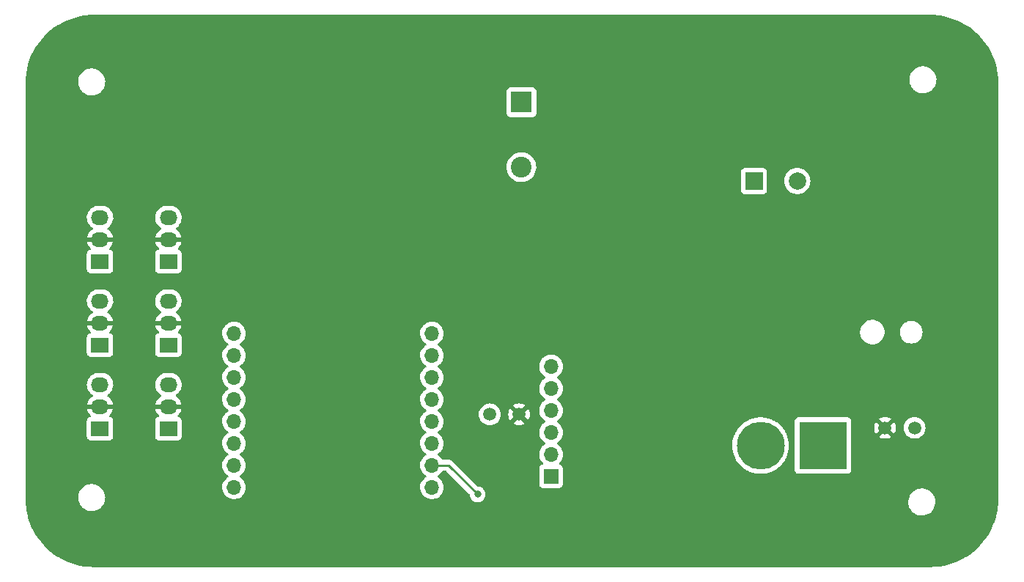
<source format=gbl>
G04 #@! TF.GenerationSoftware,KiCad,Pcbnew,(6.0.1)*
G04 #@! TF.CreationDate,2022-04-16T00:13:44-07:00*
G04 #@! TF.ProjectId,AnimatronicEyes,416e696d-6174-4726-9f6e-696345796573,rev?*
G04 #@! TF.SameCoordinates,Original*
G04 #@! TF.FileFunction,Copper,L2,Bot*
G04 #@! TF.FilePolarity,Positive*
%FSLAX46Y46*%
G04 Gerber Fmt 4.6, Leading zero omitted, Abs format (unit mm)*
G04 Created by KiCad (PCBNEW (6.0.1)) date 2022-04-16 00:13:44*
%MOMM*%
%LPD*%
G01*
G04 APERTURE LIST*
G04 #@! TA.AperFunction,ComponentPad*
%ADD10R,2.030000X1.730000*%
G04 #@! TD*
G04 #@! TA.AperFunction,ComponentPad*
%ADD11O,2.030000X1.730000*%
G04 #@! TD*
G04 #@! TA.AperFunction,ComponentPad*
%ADD12C,1.500000*%
G04 #@! TD*
G04 #@! TA.AperFunction,ComponentPad*
%ADD13R,2.400000X2.400000*%
G04 #@! TD*
G04 #@! TA.AperFunction,ComponentPad*
%ADD14C,2.400000*%
G04 #@! TD*
G04 #@! TA.AperFunction,ComponentPad*
%ADD15O,1.700000X1.700000*%
G04 #@! TD*
G04 #@! TA.AperFunction,ComponentPad*
%ADD16R,5.516000X5.516000*%
G04 #@! TD*
G04 #@! TA.AperFunction,ComponentPad*
%ADD17C,5.516000*%
G04 #@! TD*
G04 #@! TA.AperFunction,ComponentPad*
%ADD18R,1.700000X1.700000*%
G04 #@! TD*
G04 #@! TA.AperFunction,ComponentPad*
%ADD19R,2.000000X2.000000*%
G04 #@! TD*
G04 #@! TA.AperFunction,ComponentPad*
%ADD20C,2.000000*%
G04 #@! TD*
G04 #@! TA.AperFunction,ViaPad*
%ADD21C,0.800000*%
G04 #@! TD*
G04 #@! TA.AperFunction,Conductor*
%ADD22C,0.250000*%
G04 #@! TD*
G04 APERTURE END LIST*
D10*
X88621000Y-77254000D03*
D11*
X88621000Y-74714000D03*
X88621000Y-72174000D03*
D12*
X171400000Y-86800000D03*
X174800000Y-86800000D03*
X129139000Y-85254000D03*
X125739000Y-85254000D03*
D10*
X88621000Y-86904000D03*
D11*
X88621000Y-84364000D03*
X88621000Y-81824000D03*
D10*
X80721000Y-77254000D03*
D11*
X80721000Y-74714000D03*
X80721000Y-72174000D03*
D13*
X129400000Y-49200000D03*
D14*
X129400000Y-56700000D03*
D15*
X96197000Y-75894000D03*
X96197000Y-78434000D03*
X96197000Y-80974000D03*
X96197000Y-83514000D03*
X96197000Y-86054000D03*
X96197000Y-88594000D03*
X96197000Y-91134000D03*
X96197000Y-93674000D03*
X119057000Y-75894000D03*
X119057000Y-78434000D03*
X119057000Y-80974000D03*
X119057000Y-83514000D03*
X119057000Y-86054000D03*
X119057000Y-88594000D03*
X119057000Y-91134000D03*
X119057000Y-93674000D03*
D16*
X164221000Y-88854000D03*
D17*
X157021000Y-88854000D03*
D10*
X88621000Y-67604000D03*
D11*
X88621000Y-65064000D03*
X88621000Y-62524000D03*
D10*
X80721000Y-86904000D03*
D11*
X80721000Y-84364000D03*
X80721000Y-81824000D03*
D18*
X132821000Y-92404000D03*
D15*
X132821000Y-89864000D03*
X132821000Y-87324000D03*
X132821000Y-84784000D03*
X132821000Y-82244000D03*
X132821000Y-79704000D03*
D10*
X80721000Y-67604000D03*
D11*
X80721000Y-65064000D03*
X80721000Y-62524000D03*
D19*
X156255323Y-58293000D03*
D20*
X161255323Y-58293000D03*
D21*
X122500000Y-74000000D03*
X127500000Y-75400000D03*
X128600000Y-76800000D03*
X122500000Y-76800000D03*
X122500000Y-75400000D03*
X123750000Y-75400000D03*
X127500000Y-76800000D03*
X125000000Y-74000000D03*
X123750000Y-74000000D03*
X128600000Y-74000000D03*
X125000000Y-75400000D03*
X126250000Y-76800000D03*
X123750000Y-76800000D03*
X125000000Y-76800000D03*
X126250000Y-74000000D03*
X128600000Y-75400000D03*
X126250000Y-75400000D03*
X127500000Y-74000000D03*
X124333000Y-94488000D03*
D22*
X124333000Y-94488000D02*
X120979000Y-91134000D01*
X120979000Y-91134000D02*
X119057000Y-91134000D01*
G04 #@! TA.AperFunction,Conductor*
G36*
X176570056Y-39109500D02*
G01*
X176571496Y-39109724D01*
X176584858Y-39111805D01*
X176584861Y-39111805D01*
X176593730Y-39113186D01*
X176602631Y-39112022D01*
X176602637Y-39112022D01*
X176616192Y-39110249D01*
X176636831Y-39109258D01*
X177134281Y-39126252D01*
X177142864Y-39126840D01*
X177523644Y-39165985D01*
X177670344Y-39181067D01*
X177678853Y-39182236D01*
X178189892Y-39270347D01*
X178201441Y-39272338D01*
X178209863Y-39274089D01*
X178432557Y-39328358D01*
X178725050Y-39399637D01*
X178733334Y-39401958D01*
X179238764Y-39562374D01*
X179246870Y-39565255D01*
X179740182Y-39759791D01*
X179748063Y-39763214D01*
X180219828Y-39987576D01*
X180226943Y-39990960D01*
X180234582Y-39994918D01*
X180696803Y-40254811D01*
X180704148Y-40259277D01*
X181147565Y-40550116D01*
X181154576Y-40555063D01*
X181577119Y-40875487D01*
X181583793Y-40880917D01*
X181983476Y-41229424D01*
X181989763Y-41235297D01*
X182364703Y-41610237D01*
X182370576Y-41616524D01*
X182719083Y-42016207D01*
X182724513Y-42022881D01*
X183044930Y-42445415D01*
X183049884Y-42452435D01*
X183340719Y-42895846D01*
X183345189Y-42903197D01*
X183605082Y-43365418D01*
X183609040Y-43373057D01*
X183836781Y-43851926D01*
X183840209Y-43859818D01*
X184034745Y-44353130D01*
X184037626Y-44361236D01*
X184198042Y-44866666D01*
X184200363Y-44874950D01*
X184322993Y-45378159D01*
X184325911Y-45390135D01*
X184327662Y-45398559D01*
X184411233Y-45883261D01*
X184417763Y-45921137D01*
X184418933Y-45929656D01*
X184422746Y-45966739D01*
X184473160Y-46457136D01*
X184473748Y-46465719D01*
X184490484Y-46955636D01*
X184489057Y-46979320D01*
X184488705Y-46981584D01*
X184486814Y-46993730D01*
X184487978Y-47002632D01*
X184487978Y-47002635D01*
X184490936Y-47025251D01*
X184492000Y-47041589D01*
X184492000Y-94950672D01*
X184490500Y-94970056D01*
X184486814Y-94993730D01*
X184487978Y-95002631D01*
X184487978Y-95002637D01*
X184489751Y-95016192D01*
X184490742Y-95036831D01*
X184473748Y-95534281D01*
X184473160Y-95542864D01*
X184418934Y-96070339D01*
X184417764Y-96078853D01*
X184357687Y-96427298D01*
X184327662Y-96601441D01*
X184325911Y-96609865D01*
X184200363Y-97125050D01*
X184198042Y-97133334D01*
X184037626Y-97638764D01*
X184034745Y-97646870D01*
X183840209Y-98140182D01*
X183836781Y-98148074D01*
X183609040Y-98626943D01*
X183605082Y-98634582D01*
X183345189Y-99096803D01*
X183340723Y-99104148D01*
X183109690Y-99456386D01*
X183049891Y-99547556D01*
X183044930Y-99554585D01*
X182724513Y-99977119D01*
X182719083Y-99983793D01*
X182370576Y-100383476D01*
X182364703Y-100389763D01*
X181989763Y-100764703D01*
X181983476Y-100770576D01*
X181583793Y-101119083D01*
X181577123Y-101124510D01*
X181154576Y-101444937D01*
X181147565Y-101449884D01*
X180764745Y-101700977D01*
X180704154Y-101740719D01*
X180696803Y-101745189D01*
X180234582Y-102005082D01*
X180226943Y-102009040D01*
X179748063Y-102236786D01*
X179740182Y-102240209D01*
X179246870Y-102434745D01*
X179238764Y-102437626D01*
X178733334Y-102598042D01*
X178725050Y-102600363D01*
X178239509Y-102718687D01*
X178209865Y-102725911D01*
X178201441Y-102727662D01*
X177678853Y-102817764D01*
X177670344Y-102818933D01*
X177523644Y-102834015D01*
X177142864Y-102873160D01*
X177134281Y-102873748D01*
X176644364Y-102890484D01*
X176620680Y-102889057D01*
X176615146Y-102888196D01*
X176606270Y-102886814D01*
X176597368Y-102887978D01*
X176597365Y-102887978D01*
X176574749Y-102890936D01*
X176558411Y-102892000D01*
X80049328Y-102892000D01*
X80029943Y-102890500D01*
X80029841Y-102890484D01*
X80025133Y-102889751D01*
X80015142Y-102888195D01*
X80015139Y-102888195D01*
X80006270Y-102886814D01*
X79997369Y-102887978D01*
X79997363Y-102887978D01*
X79983808Y-102889751D01*
X79963169Y-102890742D01*
X79465719Y-102873748D01*
X79457136Y-102873160D01*
X79076356Y-102834015D01*
X78929656Y-102818933D01*
X78921147Y-102817764D01*
X78398559Y-102727662D01*
X78390135Y-102725911D01*
X78360492Y-102718687D01*
X77874950Y-102600363D01*
X77866666Y-102598042D01*
X77361236Y-102437626D01*
X77353130Y-102434745D01*
X76859818Y-102240209D01*
X76851937Y-102236786D01*
X76373057Y-102009040D01*
X76365418Y-102005082D01*
X75903197Y-101745189D01*
X75895846Y-101740719D01*
X75835255Y-101700977D01*
X75452435Y-101449884D01*
X75445424Y-101444937D01*
X75022877Y-101124510D01*
X75016207Y-101119083D01*
X74616524Y-100770576D01*
X74610237Y-100764703D01*
X74235297Y-100389763D01*
X74229424Y-100383476D01*
X73880917Y-99983793D01*
X73875487Y-99977119D01*
X73555070Y-99554585D01*
X73550109Y-99547556D01*
X73490311Y-99456386D01*
X73259277Y-99104148D01*
X73254811Y-99096803D01*
X72994918Y-98634582D01*
X72990960Y-98626943D01*
X72763219Y-98148074D01*
X72759791Y-98140182D01*
X72565255Y-97646870D01*
X72562374Y-97638764D01*
X72401958Y-97133334D01*
X72399637Y-97125050D01*
X72274089Y-96609865D01*
X72272338Y-96601441D01*
X72242313Y-96427298D01*
X72182236Y-96078853D01*
X72181066Y-96070339D01*
X72126840Y-95542864D01*
X72126252Y-95534281D01*
X72114015Y-95176079D01*
X72109645Y-95048159D01*
X72111319Y-95022953D01*
X72112264Y-95017337D01*
X72112264Y-95017334D01*
X72113071Y-95012539D01*
X72113224Y-95000000D01*
X72109273Y-94972412D01*
X72108000Y-94954549D01*
X72108000Y-94923568D01*
X78193382Y-94923568D01*
X78193963Y-94928588D01*
X78193963Y-94928592D01*
X78202226Y-95000000D01*
X78222208Y-95172699D01*
X78223587Y-95177573D01*
X78223588Y-95177577D01*
X78274690Y-95358166D01*
X78290494Y-95414017D01*
X78292628Y-95418592D01*
X78292630Y-95418599D01*
X78369256Y-95582923D01*
X78396484Y-95641313D01*
X78399326Y-95645494D01*
X78399326Y-95645495D01*
X78534605Y-95844552D01*
X78534608Y-95844556D01*
X78537451Y-95848739D01*
X78540928Y-95852416D01*
X78540929Y-95852417D01*
X78641238Y-95958491D01*
X78709767Y-96030959D01*
X78713793Y-96034037D01*
X78713794Y-96034038D01*
X78904981Y-96180212D01*
X78904985Y-96180215D01*
X78909001Y-96183285D01*
X79130026Y-96301797D01*
X79134807Y-96303443D01*
X79134811Y-96303445D01*
X79360538Y-96381169D01*
X79367156Y-96383448D01*
X79470689Y-96401331D01*
X79610380Y-96425460D01*
X79610386Y-96425461D01*
X79614290Y-96426135D01*
X79618251Y-96426315D01*
X79618252Y-96426315D01*
X79642931Y-96427436D01*
X79642950Y-96427436D01*
X79644350Y-96427500D01*
X79819015Y-96427500D01*
X79821523Y-96427298D01*
X79821528Y-96427298D01*
X80000944Y-96412863D01*
X80000949Y-96412862D01*
X80005985Y-96412457D01*
X80010893Y-96411252D01*
X80010896Y-96411251D01*
X80244625Y-96353841D01*
X80249539Y-96352634D01*
X80254191Y-96350659D01*
X80254195Y-96350658D01*
X80475741Y-96256617D01*
X80475742Y-96256617D01*
X80480396Y-96254641D01*
X80692615Y-96121000D01*
X80880738Y-95955147D01*
X81039924Y-95761351D01*
X81166078Y-95544596D01*
X81209466Y-95431568D01*
X174078382Y-95431568D01*
X174078963Y-95436588D01*
X174078963Y-95436592D01*
X174090763Y-95538569D01*
X174107208Y-95680699D01*
X174108587Y-95685573D01*
X174108588Y-95685577D01*
X174154758Y-95848739D01*
X174175494Y-95922017D01*
X174177628Y-95926592D01*
X174177630Y-95926599D01*
X174279347Y-96144731D01*
X174281484Y-96149313D01*
X174284326Y-96153494D01*
X174284326Y-96153495D01*
X174419605Y-96352552D01*
X174419608Y-96352556D01*
X174422451Y-96356739D01*
X174425928Y-96360416D01*
X174425929Y-96360417D01*
X174526238Y-96466491D01*
X174594767Y-96538959D01*
X174598793Y-96542037D01*
X174598794Y-96542038D01*
X174789981Y-96688212D01*
X174789985Y-96688215D01*
X174794001Y-96691285D01*
X175015026Y-96809797D01*
X175019807Y-96811443D01*
X175019811Y-96811445D01*
X175245538Y-96889169D01*
X175252156Y-96891448D01*
X175355689Y-96909331D01*
X175495380Y-96933460D01*
X175495386Y-96933461D01*
X175499290Y-96934135D01*
X175503251Y-96934315D01*
X175503252Y-96934315D01*
X175527931Y-96935436D01*
X175527950Y-96935436D01*
X175529350Y-96935500D01*
X175704015Y-96935500D01*
X175706523Y-96935298D01*
X175706528Y-96935298D01*
X175885944Y-96920863D01*
X175885949Y-96920862D01*
X175890985Y-96920457D01*
X175895893Y-96919252D01*
X175895896Y-96919251D01*
X176129625Y-96861841D01*
X176134539Y-96860634D01*
X176139191Y-96858659D01*
X176139195Y-96858658D01*
X176360741Y-96764617D01*
X176360742Y-96764617D01*
X176365396Y-96762641D01*
X176577615Y-96629000D01*
X176765738Y-96463147D01*
X176924924Y-96269351D01*
X177051078Y-96052596D01*
X177060797Y-96027279D01*
X177139143Y-95823181D01*
X177140955Y-95818461D01*
X177153800Y-95756979D01*
X177191206Y-95577921D01*
X177192241Y-95572967D01*
X177193530Y-95544596D01*
X177198662Y-95431568D01*
X177203618Y-95322432D01*
X177198607Y-95279118D01*
X177175374Y-95078334D01*
X177174792Y-95073301D01*
X177171004Y-95059912D01*
X177107884Y-94836852D01*
X177107883Y-94836850D01*
X177106506Y-94831983D01*
X177104372Y-94827408D01*
X177104370Y-94827401D01*
X177002653Y-94609269D01*
X177002651Y-94609265D01*
X177000516Y-94604687D01*
X176973749Y-94565301D01*
X176862395Y-94401448D01*
X176862392Y-94401444D01*
X176859549Y-94397261D01*
X176758925Y-94290853D01*
X176690713Y-94218721D01*
X176687233Y-94215041D01*
X176641994Y-94180453D01*
X176492019Y-94065788D01*
X176492015Y-94065785D01*
X176487999Y-94062715D01*
X176266974Y-93944203D01*
X176262193Y-93942557D01*
X176262189Y-93942555D01*
X176034633Y-93864201D01*
X176029844Y-93862552D01*
X175926311Y-93844669D01*
X175786620Y-93820540D01*
X175786614Y-93820539D01*
X175782710Y-93819865D01*
X175778749Y-93819685D01*
X175778748Y-93819685D01*
X175754069Y-93818564D01*
X175754050Y-93818564D01*
X175752650Y-93818500D01*
X175577985Y-93818500D01*
X175575477Y-93818702D01*
X175575472Y-93818702D01*
X175396056Y-93833137D01*
X175396051Y-93833138D01*
X175391015Y-93833543D01*
X175386107Y-93834748D01*
X175386104Y-93834749D01*
X175179147Y-93885583D01*
X175147461Y-93893366D01*
X175142809Y-93895341D01*
X175142805Y-93895342D01*
X174940959Y-93981021D01*
X174916604Y-93991359D01*
X174704385Y-94125000D01*
X174516262Y-94290853D01*
X174357076Y-94484649D01*
X174230922Y-94701404D01*
X174229109Y-94706127D01*
X174229108Y-94706129D01*
X174197939Y-94787327D01*
X174141045Y-94935539D01*
X174140012Y-94940485D01*
X174140010Y-94940491D01*
X174123865Y-95017775D01*
X174089759Y-95181033D01*
X174078382Y-95431568D01*
X81209466Y-95431568D01*
X81255955Y-95310461D01*
X81285954Y-95166866D01*
X81300510Y-95097186D01*
X81307241Y-95064967D01*
X81308577Y-95035564D01*
X81313662Y-94923568D01*
X81318618Y-94814432D01*
X81306712Y-94711529D01*
X81299736Y-94651240D01*
X81289792Y-94565301D01*
X81287582Y-94557489D01*
X81222884Y-94328852D01*
X81222883Y-94328850D01*
X81221506Y-94323983D01*
X81219372Y-94319408D01*
X81219370Y-94319401D01*
X81117653Y-94101269D01*
X81117651Y-94101265D01*
X81115516Y-94096687D01*
X81042592Y-93989383D01*
X80977395Y-93893448D01*
X80977392Y-93893444D01*
X80974549Y-93889261D01*
X80950392Y-93863715D01*
X80805713Y-93710721D01*
X80802233Y-93707041D01*
X80794022Y-93700763D01*
X80715457Y-93640695D01*
X94834251Y-93640695D01*
X94834548Y-93645848D01*
X94834548Y-93645851D01*
X94840934Y-93756598D01*
X94847110Y-93863715D01*
X94848247Y-93868761D01*
X94848248Y-93868767D01*
X94865249Y-93944203D01*
X94896222Y-94081639D01*
X94980266Y-94288616D01*
X94999131Y-94319401D01*
X95046844Y-94397261D01*
X95096987Y-94479088D01*
X95243250Y-94647938D01*
X95415126Y-94790632D01*
X95608000Y-94903338D01*
X95816692Y-94983030D01*
X95821760Y-94984061D01*
X95821763Y-94984062D01*
X95913063Y-95002637D01*
X96035597Y-95027567D01*
X96040772Y-95027757D01*
X96040774Y-95027757D01*
X96253673Y-95035564D01*
X96253677Y-95035564D01*
X96258837Y-95035753D01*
X96263957Y-95035097D01*
X96263959Y-95035097D01*
X96475288Y-95008025D01*
X96475289Y-95008025D01*
X96480416Y-95007368D01*
X96521024Y-94995185D01*
X96689429Y-94944661D01*
X96689434Y-94944659D01*
X96694384Y-94943174D01*
X96894994Y-94844896D01*
X97076860Y-94715173D01*
X97107936Y-94684206D01*
X97222206Y-94570334D01*
X97235096Y-94557489D01*
X97294594Y-94474689D01*
X97362435Y-94380277D01*
X97365453Y-94376077D01*
X97391200Y-94323983D01*
X97462136Y-94180453D01*
X97462137Y-94180451D01*
X97464430Y-94175811D01*
X97529370Y-93962069D01*
X97558529Y-93740590D01*
X97560156Y-93674000D01*
X97557418Y-93640695D01*
X117694251Y-93640695D01*
X117694548Y-93645848D01*
X117694548Y-93645851D01*
X117700934Y-93756598D01*
X117707110Y-93863715D01*
X117708247Y-93868761D01*
X117708248Y-93868767D01*
X117725249Y-93944203D01*
X117756222Y-94081639D01*
X117840266Y-94288616D01*
X117859131Y-94319401D01*
X117906844Y-94397261D01*
X117956987Y-94479088D01*
X118103250Y-94647938D01*
X118275126Y-94790632D01*
X118468000Y-94903338D01*
X118676692Y-94983030D01*
X118681760Y-94984061D01*
X118681763Y-94984062D01*
X118773063Y-95002637D01*
X118895597Y-95027567D01*
X118900772Y-95027757D01*
X118900774Y-95027757D01*
X119113673Y-95035564D01*
X119113677Y-95035564D01*
X119118837Y-95035753D01*
X119123957Y-95035097D01*
X119123959Y-95035097D01*
X119335288Y-95008025D01*
X119335289Y-95008025D01*
X119340416Y-95007368D01*
X119381024Y-94995185D01*
X119549429Y-94944661D01*
X119549434Y-94944659D01*
X119554384Y-94943174D01*
X119754994Y-94844896D01*
X119936860Y-94715173D01*
X119967936Y-94684206D01*
X120082206Y-94570334D01*
X120095096Y-94557489D01*
X120154594Y-94474689D01*
X120222435Y-94380277D01*
X120225453Y-94376077D01*
X120251200Y-94323983D01*
X120322136Y-94180453D01*
X120322137Y-94180451D01*
X120324430Y-94175811D01*
X120389370Y-93962069D01*
X120418529Y-93740590D01*
X120420156Y-93674000D01*
X120401852Y-93451361D01*
X120347431Y-93234702D01*
X120258354Y-93029840D01*
X120137014Y-92842277D01*
X119986670Y-92677051D01*
X119982619Y-92673852D01*
X119982615Y-92673848D01*
X119815414Y-92541800D01*
X119815410Y-92541798D01*
X119811359Y-92538598D01*
X119770053Y-92515796D01*
X119720084Y-92465364D01*
X119705312Y-92395921D01*
X119730428Y-92329516D01*
X119757780Y-92302909D01*
X119801603Y-92271650D01*
X119936860Y-92175173D01*
X119991180Y-92121043D01*
X120091435Y-92021137D01*
X120095096Y-92017489D01*
X120154594Y-91934689D01*
X120222435Y-91840277D01*
X120225453Y-91836077D01*
X120227746Y-91831437D01*
X120229446Y-91828608D01*
X120281674Y-91780518D01*
X120337451Y-91767500D01*
X120664406Y-91767500D01*
X120732527Y-91787502D01*
X120753501Y-91804405D01*
X123385878Y-94436782D01*
X123419904Y-94499094D01*
X123422092Y-94512703D01*
X123439458Y-94677928D01*
X123498473Y-94859556D01*
X123593960Y-95024944D01*
X123598378Y-95029851D01*
X123598379Y-95029852D01*
X123717325Y-95161955D01*
X123721747Y-95166866D01*
X123876248Y-95279118D01*
X123882276Y-95281802D01*
X123882278Y-95281803D01*
X124044681Y-95354109D01*
X124050712Y-95356794D01*
X124144113Y-95376647D01*
X124231056Y-95395128D01*
X124231061Y-95395128D01*
X124237513Y-95396500D01*
X124428487Y-95396500D01*
X124434939Y-95395128D01*
X124434944Y-95395128D01*
X124521887Y-95376647D01*
X124615288Y-95356794D01*
X124621319Y-95354109D01*
X124783722Y-95281803D01*
X124783724Y-95281802D01*
X124789752Y-95279118D01*
X124944253Y-95166866D01*
X124948675Y-95161955D01*
X125067621Y-95029852D01*
X125067622Y-95029851D01*
X125072040Y-95024944D01*
X125167527Y-94859556D01*
X125226542Y-94677928D01*
X125234680Y-94600505D01*
X125245814Y-94494565D01*
X125246504Y-94488000D01*
X125236967Y-94397261D01*
X125227232Y-94304635D01*
X125227232Y-94304633D01*
X125226542Y-94298072D01*
X125167527Y-94116444D01*
X125150196Y-94086425D01*
X125086816Y-93976649D01*
X125072040Y-93951056D01*
X124993836Y-93864201D01*
X124948675Y-93814045D01*
X124948674Y-93814044D01*
X124944253Y-93809134D01*
X124789752Y-93696882D01*
X124783724Y-93694198D01*
X124783722Y-93694197D01*
X124621319Y-93621891D01*
X124621318Y-93621891D01*
X124615288Y-93619206D01*
X124521887Y-93599353D01*
X124434944Y-93580872D01*
X124434939Y-93580872D01*
X124428487Y-93579500D01*
X124372595Y-93579500D01*
X124304474Y-93559498D01*
X124283500Y-93542595D01*
X121482652Y-90741747D01*
X121475112Y-90733461D01*
X121471000Y-90726982D01*
X121421348Y-90680356D01*
X121418507Y-90677602D01*
X121398770Y-90657865D01*
X121395573Y-90655385D01*
X121386551Y-90647680D01*
X121360100Y-90622841D01*
X121354321Y-90617414D01*
X121347375Y-90613595D01*
X121347372Y-90613593D01*
X121336566Y-90607652D01*
X121320047Y-90596801D01*
X121319583Y-90596441D01*
X121304041Y-90584386D01*
X121296772Y-90581241D01*
X121296768Y-90581238D01*
X121263463Y-90566826D01*
X121252813Y-90561609D01*
X121214060Y-90540305D01*
X121194437Y-90535267D01*
X121175734Y-90528863D01*
X121164420Y-90523967D01*
X121164419Y-90523967D01*
X121157145Y-90520819D01*
X121149322Y-90519580D01*
X121149312Y-90519577D01*
X121113476Y-90513901D01*
X121101856Y-90511495D01*
X121066711Y-90502472D01*
X121066710Y-90502472D01*
X121059030Y-90500500D01*
X121038776Y-90500500D01*
X121019065Y-90498949D01*
X121006886Y-90497020D01*
X120999057Y-90495780D01*
X120991165Y-90496526D01*
X120955039Y-90499941D01*
X120943181Y-90500500D01*
X120333805Y-90500500D01*
X120265684Y-90480498D01*
X120228013Y-90442940D01*
X120139822Y-90306617D01*
X120139820Y-90306614D01*
X120137014Y-90302277D01*
X119986670Y-90137051D01*
X119982619Y-90133852D01*
X119982615Y-90133848D01*
X119815414Y-90001800D01*
X119815410Y-90001798D01*
X119811359Y-89998598D01*
X119770053Y-89975796D01*
X119720084Y-89925364D01*
X119705312Y-89855921D01*
X119714853Y-89830695D01*
X131458251Y-89830695D01*
X131458548Y-89835848D01*
X131458548Y-89835851D01*
X131464011Y-89930590D01*
X131471110Y-90053715D01*
X131472247Y-90058761D01*
X131472248Y-90058767D01*
X131492119Y-90146939D01*
X131520222Y-90271639D01*
X131604266Y-90478616D01*
X131638982Y-90535267D01*
X131714110Y-90657865D01*
X131720987Y-90669088D01*
X131867250Y-90837938D01*
X131871230Y-90841242D01*
X131875981Y-90845187D01*
X131915616Y-90904090D01*
X131917113Y-90975071D01*
X131879997Y-91035593D01*
X131839724Y-91060112D01*
X131724295Y-91103385D01*
X131607739Y-91190739D01*
X131520385Y-91307295D01*
X131469255Y-91443684D01*
X131462500Y-91505866D01*
X131462500Y-93302134D01*
X131469255Y-93364316D01*
X131520385Y-93500705D01*
X131607739Y-93617261D01*
X131724295Y-93704615D01*
X131860684Y-93755745D01*
X131922866Y-93762500D01*
X133719134Y-93762500D01*
X133781316Y-93755745D01*
X133917705Y-93704615D01*
X134034261Y-93617261D01*
X134121615Y-93500705D01*
X134172745Y-93364316D01*
X134179500Y-93302134D01*
X134179500Y-91505866D01*
X134172745Y-91443684D01*
X134121615Y-91307295D01*
X134034261Y-91190739D01*
X133917705Y-91103385D01*
X133883983Y-91090743D01*
X133799203Y-91058960D01*
X133742439Y-91016318D01*
X133717739Y-90949756D01*
X133732947Y-90880408D01*
X133754493Y-90851727D01*
X133772251Y-90834031D01*
X133859096Y-90747489D01*
X133867710Y-90735502D01*
X133986435Y-90570277D01*
X133989453Y-90566077D01*
X134000305Y-90544121D01*
X134086136Y-90370453D01*
X134086137Y-90370451D01*
X134088430Y-90365811D01*
X134153370Y-90152069D01*
X134182529Y-89930590D01*
X134182657Y-89925364D01*
X134184074Y-89867365D01*
X134184074Y-89867361D01*
X134184156Y-89864000D01*
X134165852Y-89641361D01*
X134111431Y-89424702D01*
X134022354Y-89219840D01*
X133901014Y-89032277D01*
X133750670Y-88867051D01*
X133746619Y-88863852D01*
X133746615Y-88863848D01*
X133719686Y-88842581D01*
X153749722Y-88842581D01*
X153767623Y-89195944D01*
X153768160Y-89199299D01*
X153768161Y-89199305D01*
X153770358Y-89213020D01*
X153823581Y-89545306D01*
X153916944Y-89886582D01*
X154046618Y-90215779D01*
X154048201Y-90218794D01*
X154209502Y-90526029D01*
X154209507Y-90526037D01*
X154211086Y-90529045D01*
X154408425Y-90822716D01*
X154636326Y-91093358D01*
X154892124Y-91337803D01*
X155172825Y-91553192D01*
X155175738Y-91554963D01*
X155472231Y-91735234D01*
X155472236Y-91735237D01*
X155475146Y-91737006D01*
X155499931Y-91748616D01*
X155792466Y-91885651D01*
X155792476Y-91885655D01*
X155795550Y-91887095D01*
X155798768Y-91888197D01*
X155798771Y-91888198D01*
X156127067Y-92000599D01*
X156127075Y-92000601D01*
X156130290Y-92001702D01*
X156475450Y-92079487D01*
X156524039Y-92085023D01*
X156823608Y-92119155D01*
X156823616Y-92119155D01*
X156826991Y-92119540D01*
X156830395Y-92119558D01*
X156830398Y-92119558D01*
X157023234Y-92120568D01*
X157180802Y-92121393D01*
X157184188Y-92121043D01*
X157184190Y-92121043D01*
X157529352Y-92085374D01*
X157529360Y-92085373D01*
X157532744Y-92085023D01*
X157536077Y-92084308D01*
X157536080Y-92084308D01*
X157706380Y-92047799D01*
X157878699Y-92010857D01*
X158214621Y-91899761D01*
X158536579Y-91753036D01*
X158693045Y-91660134D01*
X160954500Y-91660134D01*
X160961255Y-91722316D01*
X161012385Y-91858705D01*
X161099739Y-91975261D01*
X161216295Y-92062615D01*
X161352684Y-92113745D01*
X161414866Y-92120500D01*
X167027134Y-92120500D01*
X167089316Y-92113745D01*
X167225705Y-92062615D01*
X167342261Y-91975261D01*
X167429615Y-91858705D01*
X167480745Y-91722316D01*
X167487500Y-91660134D01*
X167487500Y-87850161D01*
X170714393Y-87850161D01*
X170723687Y-87862175D01*
X170764088Y-87890464D01*
X170773584Y-87895947D01*
X170963113Y-87984326D01*
X170973405Y-87988072D01*
X171175401Y-88042196D01*
X171186196Y-88044099D01*
X171394525Y-88062326D01*
X171405475Y-88062326D01*
X171613804Y-88044099D01*
X171624599Y-88042196D01*
X171826595Y-87988072D01*
X171836887Y-87984326D01*
X172026416Y-87895947D01*
X172035912Y-87890464D01*
X172077148Y-87861590D01*
X172085523Y-87851112D01*
X172078457Y-87837668D01*
X171412811Y-87172021D01*
X171398868Y-87164408D01*
X171397034Y-87164539D01*
X171390420Y-87168790D01*
X170720820Y-87838391D01*
X170714393Y-87850161D01*
X167487500Y-87850161D01*
X167487500Y-86805475D01*
X170137674Y-86805475D01*
X170155901Y-87013804D01*
X170157804Y-87024599D01*
X170211928Y-87226595D01*
X170215674Y-87236887D01*
X170304054Y-87426417D01*
X170309534Y-87435907D01*
X170338411Y-87477149D01*
X170348887Y-87485523D01*
X170362334Y-87478455D01*
X171027979Y-86812811D01*
X171034356Y-86801132D01*
X171764408Y-86801132D01*
X171764539Y-86802966D01*
X171768790Y-86809580D01*
X172438391Y-87479180D01*
X172450161Y-87485607D01*
X172462176Y-87476311D01*
X172490466Y-87435907D01*
X172495946Y-87426417D01*
X172584326Y-87236887D01*
X172588072Y-87226595D01*
X172642196Y-87024599D01*
X172644099Y-87013804D01*
X172662326Y-86805475D01*
X172662326Y-86800000D01*
X173536693Y-86800000D01*
X173555885Y-87019371D01*
X173612880Y-87232076D01*
X173642619Y-87295851D01*
X173703618Y-87426666D01*
X173703621Y-87426671D01*
X173705944Y-87431653D01*
X173709100Y-87436160D01*
X173709101Y-87436162D01*
X173828681Y-87606939D01*
X173832251Y-87612038D01*
X173987962Y-87767749D01*
X174168346Y-87894056D01*
X174367924Y-87987120D01*
X174580629Y-88044115D01*
X174800000Y-88063307D01*
X175019371Y-88044115D01*
X175232076Y-87987120D01*
X175431654Y-87894056D01*
X175612038Y-87767749D01*
X175767749Y-87612038D01*
X175771320Y-87606939D01*
X175890899Y-87436162D01*
X175890900Y-87436160D01*
X175894056Y-87431653D01*
X175896379Y-87426671D01*
X175896382Y-87426666D01*
X175957381Y-87295851D01*
X175987120Y-87232076D01*
X176044115Y-87019371D01*
X176063307Y-86800000D01*
X176044115Y-86580629D01*
X175987120Y-86367924D01*
X175918958Y-86221749D01*
X175896382Y-86173334D01*
X175896379Y-86173329D01*
X175894056Y-86168347D01*
X175880070Y-86148373D01*
X175770908Y-85992473D01*
X175770906Y-85992470D01*
X175767749Y-85987962D01*
X175612038Y-85832251D01*
X175606212Y-85828171D01*
X175494342Y-85749839D01*
X175431654Y-85705944D01*
X175232076Y-85612880D01*
X175019371Y-85555885D01*
X174800000Y-85536693D01*
X174580629Y-85555885D01*
X174367924Y-85612880D01*
X174304976Y-85642233D01*
X174173334Y-85703618D01*
X174173329Y-85703621D01*
X174168347Y-85705944D01*
X174163840Y-85709100D01*
X174163838Y-85709101D01*
X173992473Y-85829092D01*
X173992470Y-85829094D01*
X173987962Y-85832251D01*
X173832251Y-85987962D01*
X173829094Y-85992470D01*
X173829092Y-85992473D01*
X173719930Y-86148373D01*
X173705944Y-86168347D01*
X173703621Y-86173329D01*
X173703618Y-86173334D01*
X173681042Y-86221749D01*
X173612880Y-86367924D01*
X173555885Y-86580629D01*
X173536693Y-86800000D01*
X172662326Y-86800000D01*
X172662326Y-86794525D01*
X172644099Y-86586196D01*
X172642196Y-86575401D01*
X172588072Y-86373405D01*
X172584326Y-86363113D01*
X172495946Y-86173583D01*
X172490466Y-86164093D01*
X172461589Y-86122851D01*
X172451113Y-86114477D01*
X172437666Y-86121545D01*
X171772021Y-86787189D01*
X171764408Y-86801132D01*
X171034356Y-86801132D01*
X171035592Y-86798868D01*
X171035461Y-86797034D01*
X171031210Y-86790420D01*
X170361609Y-86120820D01*
X170349839Y-86114393D01*
X170337824Y-86123689D01*
X170309534Y-86164093D01*
X170304054Y-86173583D01*
X170215674Y-86363113D01*
X170211928Y-86373405D01*
X170157804Y-86575401D01*
X170155901Y-86586196D01*
X170137674Y-86794525D01*
X170137674Y-86805475D01*
X167487500Y-86805475D01*
X167487500Y-86047866D01*
X167480745Y-85985684D01*
X167429615Y-85849295D01*
X167354363Y-85748887D01*
X170714477Y-85748887D01*
X170721545Y-85762334D01*
X171387189Y-86427979D01*
X171401132Y-86435592D01*
X171402966Y-86435461D01*
X171409580Y-86431210D01*
X172079180Y-85761609D01*
X172085607Y-85749839D01*
X172076313Y-85737825D01*
X172035912Y-85709536D01*
X172026416Y-85704053D01*
X171836887Y-85615674D01*
X171826595Y-85611928D01*
X171624599Y-85557804D01*
X171613804Y-85555901D01*
X171405475Y-85537674D01*
X171394525Y-85537674D01*
X171186196Y-85555901D01*
X171175401Y-85557804D01*
X170973405Y-85611928D01*
X170963113Y-85615674D01*
X170773583Y-85704054D01*
X170764093Y-85709534D01*
X170722851Y-85738411D01*
X170714477Y-85748887D01*
X167354363Y-85748887D01*
X167342261Y-85732739D01*
X167225705Y-85645385D01*
X167089316Y-85594255D01*
X167027134Y-85587500D01*
X161414866Y-85587500D01*
X161352684Y-85594255D01*
X161216295Y-85645385D01*
X161099739Y-85732739D01*
X161012385Y-85849295D01*
X160961255Y-85985684D01*
X160954500Y-86047866D01*
X160954500Y-91660134D01*
X158693045Y-91660134D01*
X158742353Y-91630857D01*
X158837864Y-91574147D01*
X158837869Y-91574144D01*
X158840809Y-91572398D01*
X158864031Y-91554963D01*
X159121013Y-91362015D01*
X159123750Y-91359960D01*
X159126253Y-91357618D01*
X159379596Y-91120544D01*
X159379599Y-91120541D01*
X159382093Y-91118207D01*
X159401438Y-91095717D01*
X159505209Y-90975071D01*
X159612816Y-90849967D01*
X159621083Y-90837938D01*
X159811289Y-90561187D01*
X159811293Y-90561180D01*
X159813219Y-90558378D01*
X159814831Y-90555384D01*
X159814836Y-90555376D01*
X159965035Y-90276425D01*
X159980959Y-90246851D01*
X160114073Y-89919030D01*
X160211004Y-89578751D01*
X160270618Y-89229994D01*
X160271240Y-89219840D01*
X160292108Y-88878635D01*
X160292218Y-88876838D01*
X160292298Y-88854000D01*
X160273164Y-88500702D01*
X160215986Y-88151537D01*
X160121433Y-87810589D01*
X160118433Y-87803048D01*
X159991870Y-87485011D01*
X159990611Y-87481847D01*
X159867598Y-87249516D01*
X159826645Y-87172169D01*
X159826643Y-87172166D01*
X159825050Y-87169157D01*
X159823145Y-87166343D01*
X159628593Y-86878990D01*
X159628586Y-86878981D01*
X159626687Y-86876176D01*
X159624491Y-86873586D01*
X159624486Y-86873580D01*
X159400042Y-86608926D01*
X159400041Y-86608925D01*
X159397842Y-86606332D01*
X159141193Y-86362781D01*
X159138486Y-86360719D01*
X159138478Y-86360712D01*
X158909271Y-86186104D01*
X158859742Y-86148373D01*
X158605682Y-85995114D01*
X158559702Y-85967377D01*
X158559701Y-85967377D01*
X158556781Y-85965615D01*
X158529409Y-85952909D01*
X158409667Y-85897327D01*
X158235855Y-85816646D01*
X158232633Y-85815555D01*
X158232627Y-85815553D01*
X157903952Y-85704303D01*
X157900717Y-85703208D01*
X157891845Y-85701241D01*
X157558626Y-85627368D01*
X157555288Y-85626628D01*
X157492715Y-85619720D01*
X157206991Y-85588176D01*
X157206984Y-85588176D01*
X157203609Y-85587803D01*
X157200210Y-85587797D01*
X157200209Y-85587797D01*
X157033809Y-85587506D01*
X156849793Y-85587185D01*
X156757681Y-85597029D01*
X156501365Y-85624421D01*
X156501359Y-85624422D01*
X156497981Y-85624783D01*
X156152287Y-85700157D01*
X155816755Y-85812424D01*
X155813662Y-85813847D01*
X155813661Y-85813847D01*
X155718311Y-85857703D01*
X155495310Y-85960272D01*
X155492376Y-85962028D01*
X155492374Y-85962029D01*
X155227054Y-86120820D01*
X155191713Y-86141971D01*
X155188987Y-86144033D01*
X155188985Y-86144034D01*
X154923395Y-86344899D01*
X154909516Y-86355396D01*
X154907036Y-86357733D01*
X154664692Y-86586106D01*
X154652018Y-86598049D01*
X154649801Y-86600645D01*
X154649796Y-86600650D01*
X154474860Y-86805475D01*
X154422233Y-86867093D01*
X154222849Y-87159379D01*
X154152733Y-87290695D01*
X154063081Y-87458598D01*
X154056197Y-87471490D01*
X154054920Y-87474667D01*
X153935832Y-87770908D01*
X153924228Y-87799773D01*
X153923309Y-87803041D01*
X153923307Y-87803048D01*
X153831661Y-88129088D01*
X153828485Y-88140388D01*
X153827924Y-88143741D01*
X153827923Y-88143745D01*
X153789834Y-88371361D01*
X153770089Y-88489352D01*
X153749722Y-88842581D01*
X133719686Y-88842581D01*
X133579414Y-88731800D01*
X133579410Y-88731798D01*
X133575359Y-88728598D01*
X133534053Y-88705796D01*
X133484084Y-88655364D01*
X133469312Y-88585921D01*
X133494428Y-88519516D01*
X133521780Y-88492909D01*
X133565603Y-88461650D01*
X133700860Y-88365173D01*
X133859096Y-88207489D01*
X133904901Y-88143745D01*
X133986435Y-88030277D01*
X133989453Y-88026077D01*
X134008004Y-87988543D01*
X134086136Y-87830453D01*
X134086137Y-87830451D01*
X134088430Y-87825811D01*
X134153370Y-87612069D01*
X134182529Y-87390590D01*
X134184156Y-87324000D01*
X134165852Y-87101361D01*
X134111431Y-86884702D01*
X134022354Y-86679840D01*
X133961715Y-86586106D01*
X133903822Y-86496617D01*
X133903820Y-86496614D01*
X133901014Y-86492277D01*
X133750670Y-86327051D01*
X133746619Y-86323852D01*
X133746615Y-86323848D01*
X133579414Y-86191800D01*
X133579410Y-86191798D01*
X133575359Y-86188598D01*
X133534053Y-86165796D01*
X133484084Y-86115364D01*
X133469312Y-86045921D01*
X133494428Y-85979516D01*
X133521780Y-85952909D01*
X133566115Y-85921285D01*
X133700860Y-85825173D01*
X133714738Y-85811344D01*
X133822404Y-85704053D01*
X133859096Y-85667489D01*
X133888458Y-85626628D01*
X133986435Y-85490277D01*
X133989453Y-85486077D01*
X133993109Y-85478681D01*
X134086136Y-85290453D01*
X134086137Y-85290451D01*
X134088430Y-85285811D01*
X134153370Y-85072069D01*
X134182529Y-84850590D01*
X134182657Y-84845364D01*
X134184074Y-84787365D01*
X134184074Y-84787361D01*
X134184156Y-84784000D01*
X134165852Y-84561361D01*
X134111431Y-84344702D01*
X134022354Y-84139840D01*
X133938282Y-84009885D01*
X133903822Y-83956617D01*
X133903820Y-83956614D01*
X133901014Y-83952277D01*
X133750670Y-83787051D01*
X133746619Y-83783852D01*
X133746615Y-83783848D01*
X133579414Y-83651800D01*
X133579410Y-83651798D01*
X133575359Y-83648598D01*
X133534053Y-83625796D01*
X133484084Y-83575364D01*
X133469312Y-83505921D01*
X133494428Y-83439516D01*
X133521780Y-83412909D01*
X133578102Y-83372735D01*
X133700860Y-83285173D01*
X133859096Y-83127489D01*
X133918594Y-83044689D01*
X133986435Y-82950277D01*
X133989453Y-82946077D01*
X134011598Y-82901271D01*
X134086136Y-82750453D01*
X134086137Y-82750451D01*
X134088430Y-82745811D01*
X134153370Y-82532069D01*
X134182529Y-82310590D01*
X134184156Y-82244000D01*
X134165852Y-82021361D01*
X134111431Y-81804702D01*
X134022354Y-81599840D01*
X133938911Y-81470857D01*
X133903822Y-81416617D01*
X133903820Y-81416614D01*
X133901014Y-81412277D01*
X133750670Y-81247051D01*
X133746619Y-81243852D01*
X133746615Y-81243848D01*
X133579414Y-81111800D01*
X133579410Y-81111798D01*
X133575359Y-81108598D01*
X133534053Y-81085796D01*
X133484084Y-81035364D01*
X133469312Y-80965921D01*
X133494428Y-80899516D01*
X133521780Y-80872909D01*
X133578605Y-80832376D01*
X133700860Y-80745173D01*
X133760913Y-80685330D01*
X133855435Y-80591137D01*
X133859096Y-80587489D01*
X133867853Y-80575303D01*
X133986435Y-80410277D01*
X133989453Y-80406077D01*
X134027132Y-80329840D01*
X134086136Y-80210453D01*
X134086137Y-80210451D01*
X134088430Y-80205811D01*
X134153370Y-79992069D01*
X134182529Y-79770590D01*
X134184156Y-79704000D01*
X134165852Y-79481361D01*
X134111431Y-79264702D01*
X134022354Y-79059840D01*
X133901014Y-78872277D01*
X133750670Y-78707051D01*
X133746619Y-78703852D01*
X133746615Y-78703848D01*
X133579414Y-78571800D01*
X133579410Y-78571798D01*
X133575359Y-78568598D01*
X133379789Y-78460638D01*
X133374920Y-78458914D01*
X133374916Y-78458912D01*
X133174087Y-78387795D01*
X133174083Y-78387794D01*
X133169212Y-78386069D01*
X133164119Y-78385162D01*
X133164116Y-78385161D01*
X132954373Y-78347800D01*
X132954367Y-78347799D01*
X132949284Y-78346894D01*
X132875452Y-78345992D01*
X132731081Y-78344228D01*
X132731079Y-78344228D01*
X132725911Y-78344165D01*
X132505091Y-78377955D01*
X132292756Y-78447357D01*
X132262443Y-78463137D01*
X132190497Y-78500590D01*
X132094607Y-78550507D01*
X132090474Y-78553610D01*
X132090471Y-78553612D01*
X131990374Y-78628767D01*
X131915965Y-78684635D01*
X131912393Y-78688373D01*
X131770748Y-78836596D01*
X131761629Y-78846138D01*
X131635743Y-79030680D01*
X131541688Y-79233305D01*
X131481989Y-79448570D01*
X131458251Y-79670695D01*
X131458548Y-79675848D01*
X131458548Y-79675851D01*
X131464011Y-79770590D01*
X131471110Y-79893715D01*
X131472247Y-79898761D01*
X131472248Y-79898767D01*
X131492119Y-79986939D01*
X131520222Y-80111639D01*
X131604266Y-80318616D01*
X131606965Y-80323020D01*
X131712323Y-80494949D01*
X131720987Y-80509088D01*
X131867250Y-80677938D01*
X132039126Y-80820632D01*
X132109595Y-80861811D01*
X132112445Y-80863476D01*
X132161169Y-80915114D01*
X132174240Y-80984897D01*
X132147509Y-81050669D01*
X132107055Y-81084027D01*
X132094607Y-81090507D01*
X132090474Y-81093610D01*
X132090471Y-81093612D01*
X131927403Y-81216047D01*
X131915965Y-81224635D01*
X131912393Y-81228373D01*
X131770748Y-81376596D01*
X131761629Y-81386138D01*
X131635743Y-81570680D01*
X131620003Y-81604590D01*
X131550751Y-81753781D01*
X131541688Y-81773305D01*
X131481989Y-81988570D01*
X131458251Y-82210695D01*
X131458548Y-82215848D01*
X131458548Y-82215851D01*
X131464011Y-82310590D01*
X131471110Y-82433715D01*
X131472247Y-82438761D01*
X131472248Y-82438767D01*
X131492119Y-82526939D01*
X131520222Y-82651639D01*
X131604266Y-82858616D01*
X131606965Y-82863020D01*
X131701069Y-83016584D01*
X131720987Y-83049088D01*
X131867250Y-83217938D01*
X132039126Y-83360632D01*
X132059838Y-83372735D01*
X132112445Y-83403476D01*
X132161169Y-83455114D01*
X132174240Y-83524897D01*
X132147509Y-83590669D01*
X132107055Y-83624027D01*
X132094607Y-83630507D01*
X132090474Y-83633610D01*
X132090471Y-83633612D01*
X131927095Y-83756278D01*
X131915965Y-83764635D01*
X131912393Y-83768373D01*
X131770748Y-83916596D01*
X131761629Y-83926138D01*
X131758715Y-83930410D01*
X131758714Y-83930411D01*
X131717266Y-83991172D01*
X131635743Y-84110680D01*
X131541688Y-84313305D01*
X131481989Y-84528570D01*
X131458251Y-84750695D01*
X131458548Y-84755848D01*
X131458548Y-84755851D01*
X131466515Y-84894027D01*
X131471110Y-84973715D01*
X131472247Y-84978761D01*
X131472248Y-84978767D01*
X131492119Y-85066939D01*
X131520222Y-85191639D01*
X131604266Y-85398616D01*
X131650076Y-85473371D01*
X131696804Y-85549624D01*
X131720987Y-85589088D01*
X131867250Y-85757938D01*
X132039126Y-85900632D01*
X132100575Y-85936540D01*
X132112445Y-85943476D01*
X132161169Y-85995114D01*
X132174240Y-86064897D01*
X132147509Y-86130669D01*
X132107055Y-86164027D01*
X132094607Y-86170507D01*
X132090474Y-86173610D01*
X132090471Y-86173612D01*
X131920100Y-86301530D01*
X131915965Y-86304635D01*
X131877488Y-86344899D01*
X131770748Y-86456596D01*
X131761629Y-86466138D01*
X131635743Y-86650680D01*
X131620003Y-86684590D01*
X131560485Y-86812811D01*
X131541688Y-86853305D01*
X131481989Y-87068570D01*
X131458251Y-87290695D01*
X131458548Y-87295848D01*
X131458548Y-87295851D01*
X131469455Y-87485011D01*
X131471110Y-87513715D01*
X131472247Y-87518761D01*
X131472248Y-87518767D01*
X131492119Y-87606939D01*
X131520222Y-87731639D01*
X131604266Y-87938616D01*
X131720987Y-88129088D01*
X131867250Y-88297938D01*
X132039126Y-88440632D01*
X132109595Y-88481811D01*
X132112445Y-88483476D01*
X132161169Y-88535114D01*
X132174240Y-88604897D01*
X132147509Y-88670669D01*
X132107055Y-88704027D01*
X132094607Y-88710507D01*
X132090474Y-88713610D01*
X132090471Y-88713612D01*
X131920100Y-88841530D01*
X131915965Y-88844635D01*
X131907016Y-88854000D01*
X131770748Y-88996596D01*
X131761629Y-89006138D01*
X131635743Y-89190680D01*
X131541688Y-89393305D01*
X131481989Y-89608570D01*
X131458251Y-89830695D01*
X119714853Y-89830695D01*
X119730428Y-89789516D01*
X119757780Y-89762909D01*
X119801603Y-89731650D01*
X119936860Y-89635173D01*
X120095096Y-89477489D01*
X120154594Y-89394689D01*
X120222435Y-89300277D01*
X120225453Y-89296077D01*
X120263132Y-89219840D01*
X120322136Y-89100453D01*
X120322137Y-89100451D01*
X120324430Y-89095811D01*
X120389370Y-88882069D01*
X120418529Y-88660590D01*
X120420156Y-88594000D01*
X120401852Y-88371361D01*
X120347431Y-88154702D01*
X120258354Y-87949840D01*
X120201641Y-87862175D01*
X120139822Y-87766617D01*
X120139820Y-87766614D01*
X120137014Y-87762277D01*
X119986670Y-87597051D01*
X119982619Y-87593852D01*
X119982615Y-87593848D01*
X119815414Y-87461800D01*
X119815410Y-87461798D01*
X119811359Y-87458598D01*
X119770053Y-87435796D01*
X119720084Y-87385364D01*
X119705312Y-87315921D01*
X119730428Y-87249516D01*
X119757780Y-87222909D01*
X119801603Y-87191650D01*
X119936860Y-87095173D01*
X120095096Y-86937489D01*
X120154594Y-86854689D01*
X120222435Y-86760277D01*
X120225453Y-86756077D01*
X120263132Y-86679840D01*
X120322136Y-86560453D01*
X120322137Y-86560451D01*
X120324430Y-86555811D01*
X120386845Y-86350381D01*
X120387865Y-86347023D01*
X120387865Y-86347021D01*
X120389370Y-86342069D01*
X120418529Y-86120590D01*
X120418657Y-86115364D01*
X120420074Y-86057365D01*
X120420074Y-86057361D01*
X120420156Y-86054000D01*
X120401852Y-85831361D01*
X120347431Y-85614702D01*
X120258354Y-85409840D01*
X120169692Y-85272789D01*
X120157537Y-85254000D01*
X124475693Y-85254000D01*
X124494885Y-85473371D01*
X124551880Y-85686076D01*
X124587102Y-85761609D01*
X124642618Y-85880666D01*
X124642621Y-85880671D01*
X124644944Y-85885653D01*
X124648100Y-85890160D01*
X124648101Y-85890162D01*
X124762244Y-86053174D01*
X124771251Y-86066038D01*
X124926962Y-86221749D01*
X124931471Y-86224906D01*
X124931473Y-86224908D01*
X124965547Y-86248767D01*
X125107346Y-86348056D01*
X125306924Y-86441120D01*
X125519629Y-86498115D01*
X125739000Y-86517307D01*
X125958371Y-86498115D01*
X126171076Y-86441120D01*
X126370654Y-86348056D01*
X126433342Y-86304161D01*
X128453393Y-86304161D01*
X128462687Y-86316175D01*
X128503088Y-86344464D01*
X128512584Y-86349947D01*
X128702113Y-86438326D01*
X128712405Y-86442072D01*
X128914401Y-86496196D01*
X128925196Y-86498099D01*
X129133525Y-86516326D01*
X129144475Y-86516326D01*
X129352804Y-86498099D01*
X129363599Y-86496196D01*
X129565595Y-86442072D01*
X129575887Y-86438326D01*
X129765416Y-86349947D01*
X129774912Y-86344464D01*
X129816148Y-86315590D01*
X129824523Y-86305112D01*
X129817457Y-86291668D01*
X129151811Y-85626021D01*
X129137868Y-85618408D01*
X129136034Y-85618539D01*
X129129420Y-85622790D01*
X128459820Y-86292391D01*
X128453393Y-86304161D01*
X126433342Y-86304161D01*
X126512453Y-86248767D01*
X126546527Y-86224908D01*
X126546529Y-86224906D01*
X126551038Y-86221749D01*
X126706749Y-86066038D01*
X126715757Y-86053174D01*
X126829899Y-85890162D01*
X126829900Y-85890160D01*
X126833056Y-85885653D01*
X126835379Y-85880671D01*
X126835382Y-85880666D01*
X126890898Y-85761609D01*
X126926120Y-85686076D01*
X126983115Y-85473371D01*
X127001828Y-85259475D01*
X127876674Y-85259475D01*
X127894901Y-85467804D01*
X127896804Y-85478599D01*
X127950928Y-85680595D01*
X127954674Y-85690887D01*
X128043054Y-85880417D01*
X128048534Y-85889907D01*
X128077411Y-85931149D01*
X128087887Y-85939523D01*
X128101334Y-85932455D01*
X128766979Y-85266811D01*
X128773356Y-85255132D01*
X129503408Y-85255132D01*
X129503539Y-85256966D01*
X129507790Y-85263580D01*
X130177391Y-85933180D01*
X130189161Y-85939607D01*
X130201176Y-85930311D01*
X130229466Y-85889907D01*
X130234946Y-85880417D01*
X130323326Y-85690887D01*
X130327072Y-85680595D01*
X130381196Y-85478599D01*
X130383099Y-85467804D01*
X130401326Y-85259475D01*
X130401326Y-85248525D01*
X130383099Y-85040196D01*
X130381196Y-85029401D01*
X130327072Y-84827405D01*
X130323326Y-84817113D01*
X130234946Y-84627583D01*
X130229466Y-84618093D01*
X130200589Y-84576851D01*
X130190113Y-84568477D01*
X130176666Y-84575545D01*
X129511021Y-85241189D01*
X129503408Y-85255132D01*
X128773356Y-85255132D01*
X128774592Y-85252868D01*
X128774461Y-85251034D01*
X128770210Y-85244420D01*
X128100609Y-84574820D01*
X128088839Y-84568393D01*
X128076824Y-84577689D01*
X128048534Y-84618093D01*
X128043054Y-84627583D01*
X127954674Y-84817113D01*
X127950928Y-84827405D01*
X127896804Y-85029401D01*
X127894901Y-85040196D01*
X127876674Y-85248525D01*
X127876674Y-85259475D01*
X127001828Y-85259475D01*
X127002307Y-85254000D01*
X126983115Y-85034629D01*
X126926120Y-84821924D01*
X126880977Y-84725114D01*
X126835382Y-84627334D01*
X126835378Y-84627327D01*
X126833056Y-84622347D01*
X126801786Y-84577689D01*
X126709908Y-84446473D01*
X126709906Y-84446470D01*
X126706749Y-84441962D01*
X126551038Y-84286251D01*
X126431983Y-84202887D01*
X128453477Y-84202887D01*
X128460545Y-84216334D01*
X129126189Y-84881979D01*
X129140132Y-84889592D01*
X129141966Y-84889461D01*
X129148580Y-84885210D01*
X129818180Y-84215609D01*
X129824607Y-84203839D01*
X129815313Y-84191825D01*
X129774912Y-84163536D01*
X129765416Y-84158053D01*
X129575887Y-84069674D01*
X129565595Y-84065928D01*
X129363599Y-84011804D01*
X129352804Y-84009901D01*
X129144475Y-83991674D01*
X129133525Y-83991674D01*
X128925196Y-84009901D01*
X128914401Y-84011804D01*
X128712405Y-84065928D01*
X128702113Y-84069674D01*
X128512583Y-84158054D01*
X128503093Y-84163534D01*
X128461851Y-84192411D01*
X128453477Y-84202887D01*
X126431983Y-84202887D01*
X126370654Y-84159944D01*
X126171076Y-84066880D01*
X125958371Y-84009885D01*
X125739000Y-83990693D01*
X125519629Y-84009885D01*
X125306924Y-84066880D01*
X125252966Y-84092041D01*
X125112334Y-84157618D01*
X125112329Y-84157621D01*
X125107347Y-84159944D01*
X125102840Y-84163100D01*
X125102838Y-84163101D01*
X124931473Y-84283092D01*
X124931470Y-84283094D01*
X124926962Y-84286251D01*
X124771251Y-84441962D01*
X124768094Y-84446470D01*
X124768092Y-84446473D01*
X124676214Y-84577689D01*
X124644944Y-84622347D01*
X124642622Y-84627327D01*
X124642618Y-84627334D01*
X124597023Y-84725114D01*
X124551880Y-84821924D01*
X124494885Y-85034629D01*
X124475693Y-85254000D01*
X120157537Y-85254000D01*
X120139822Y-85226617D01*
X120139820Y-85226614D01*
X120137014Y-85222277D01*
X119986670Y-85057051D01*
X119982619Y-85053852D01*
X119982615Y-85053848D01*
X119815414Y-84921800D01*
X119815410Y-84921798D01*
X119811359Y-84918598D01*
X119770053Y-84895796D01*
X119720084Y-84845364D01*
X119705312Y-84775921D01*
X119730428Y-84709516D01*
X119757780Y-84682909D01*
X119801603Y-84651650D01*
X119936860Y-84555173D01*
X120095096Y-84397489D01*
X120154594Y-84314689D01*
X120222435Y-84220277D01*
X120225453Y-84216077D01*
X120231502Y-84203839D01*
X120322136Y-84020453D01*
X120322137Y-84020451D01*
X120324430Y-84015811D01*
X120389370Y-83802069D01*
X120418529Y-83580590D01*
X120418657Y-83575364D01*
X120420074Y-83517365D01*
X120420074Y-83517361D01*
X120420156Y-83514000D01*
X120401852Y-83291361D01*
X120347431Y-83074702D01*
X120258354Y-82869840D01*
X120172674Y-82737399D01*
X120139822Y-82686617D01*
X120139820Y-82686614D01*
X120137014Y-82682277D01*
X119986670Y-82517051D01*
X119982619Y-82513852D01*
X119982615Y-82513848D01*
X119815414Y-82381800D01*
X119815410Y-82381798D01*
X119811359Y-82378598D01*
X119770053Y-82355796D01*
X119720084Y-82305364D01*
X119705312Y-82235921D01*
X119730428Y-82169516D01*
X119757780Y-82142909D01*
X119801603Y-82111650D01*
X119936860Y-82015173D01*
X120095096Y-81857489D01*
X120154594Y-81774689D01*
X120222435Y-81680277D01*
X120225453Y-81676077D01*
X120232738Y-81661338D01*
X120322136Y-81480453D01*
X120322137Y-81480451D01*
X120324430Y-81475811D01*
X120389370Y-81262069D01*
X120418529Y-81040590D01*
X120420156Y-80974000D01*
X120401852Y-80751361D01*
X120347431Y-80534702D01*
X120258354Y-80329840D01*
X120137014Y-80142277D01*
X119986670Y-79977051D01*
X119982619Y-79973852D01*
X119982615Y-79973848D01*
X119815414Y-79841800D01*
X119815410Y-79841798D01*
X119811359Y-79838598D01*
X119770053Y-79815796D01*
X119720084Y-79765364D01*
X119705312Y-79695921D01*
X119730428Y-79629516D01*
X119757780Y-79602909D01*
X119801603Y-79571650D01*
X119936860Y-79475173D01*
X120095096Y-79317489D01*
X120154594Y-79234689D01*
X120222435Y-79140277D01*
X120225453Y-79136077D01*
X120263132Y-79059840D01*
X120322136Y-78940453D01*
X120322137Y-78940451D01*
X120324430Y-78935811D01*
X120389370Y-78722069D01*
X120418529Y-78500590D01*
X120418611Y-78497240D01*
X120420074Y-78437365D01*
X120420074Y-78437361D01*
X120420156Y-78434000D01*
X120401852Y-78211361D01*
X120347431Y-77994702D01*
X120258354Y-77789840D01*
X120137014Y-77602277D01*
X119986670Y-77437051D01*
X119982619Y-77433852D01*
X119982615Y-77433848D01*
X119815414Y-77301800D01*
X119815410Y-77301798D01*
X119811359Y-77298598D01*
X119770053Y-77275796D01*
X119720084Y-77225364D01*
X119705312Y-77155921D01*
X119730428Y-77089516D01*
X119757780Y-77062909D01*
X119801603Y-77031650D01*
X119936860Y-76935173D01*
X119950462Y-76921619D01*
X120091435Y-76781137D01*
X120095096Y-76777489D01*
X120154594Y-76694689D01*
X120222435Y-76600277D01*
X120225453Y-76596077D01*
X120271365Y-76503182D01*
X120322136Y-76400453D01*
X120322137Y-76400451D01*
X120324430Y-76395811D01*
X120389370Y-76182069D01*
X120418529Y-75960590D01*
X120419240Y-75931492D01*
X120420074Y-75897365D01*
X120420074Y-75897361D01*
X120420156Y-75894000D01*
X120403172Y-75687411D01*
X168508977Y-75687411D01*
X168517945Y-75926274D01*
X168528506Y-75976607D01*
X168552040Y-76088767D01*
X168567030Y-76160211D01*
X168654829Y-76382533D01*
X168778832Y-76586883D01*
X168782329Y-76590913D01*
X168872090Y-76694353D01*
X168935493Y-76767419D01*
X168939619Y-76770802D01*
X168939623Y-76770806D01*
X168947774Y-76777489D01*
X169120333Y-76918978D01*
X169124969Y-76921617D01*
X169124972Y-76921619D01*
X169301387Y-77022040D01*
X169328066Y-77037227D01*
X169552753Y-77118784D01*
X169558002Y-77119733D01*
X169558005Y-77119734D01*
X169783885Y-77160580D01*
X169783893Y-77160581D01*
X169787969Y-77161318D01*
X169806359Y-77162185D01*
X169811544Y-77162430D01*
X169811551Y-77162430D01*
X169813032Y-77162500D01*
X169981012Y-77162500D01*
X170159175Y-77147383D01*
X170164339Y-77146043D01*
X170164343Y-77146042D01*
X170385375Y-77088673D01*
X170385380Y-77088671D01*
X170390540Y-77087332D01*
X170446193Y-77062262D01*
X170603619Y-76991347D01*
X170603622Y-76991346D01*
X170608480Y-76989157D01*
X170806762Y-76855666D01*
X170979718Y-76690674D01*
X171122402Y-76498900D01*
X171202751Y-76340866D01*
X171228314Y-76290586D01*
X171228314Y-76290585D01*
X171230733Y-76285828D01*
X171277533Y-76135109D01*
X171300032Y-76062651D01*
X171300033Y-76062645D01*
X171301616Y-76057548D01*
X171323738Y-75890646D01*
X171332323Y-75825873D01*
X171332323Y-75825869D01*
X171333023Y-75820589D01*
X171330523Y-75754000D01*
X173107502Y-75754000D01*
X173127457Y-75982087D01*
X173128881Y-75987400D01*
X173128881Y-75987402D01*
X173175186Y-76160211D01*
X173186716Y-76203243D01*
X173189039Y-76208224D01*
X173189039Y-76208225D01*
X173281151Y-76405762D01*
X173281154Y-76405767D01*
X173283477Y-76410749D01*
X173348653Y-76503829D01*
X173409630Y-76590913D01*
X173414802Y-76598300D01*
X173576700Y-76760198D01*
X173581208Y-76763355D01*
X173581211Y-76763357D01*
X173595400Y-76773292D01*
X173764251Y-76891523D01*
X173769233Y-76893846D01*
X173769238Y-76893849D01*
X173966775Y-76985961D01*
X173971757Y-76988284D01*
X173977065Y-76989706D01*
X173977067Y-76989707D01*
X174187598Y-77046119D01*
X174187600Y-77046119D01*
X174192913Y-77047543D01*
X174292480Y-77056254D01*
X174361149Y-77062262D01*
X174361156Y-77062262D01*
X174363873Y-77062500D01*
X174478127Y-77062500D01*
X174480844Y-77062262D01*
X174480851Y-77062262D01*
X174549520Y-77056254D01*
X174649087Y-77047543D01*
X174654400Y-77046119D01*
X174654402Y-77046119D01*
X174864933Y-76989707D01*
X174864935Y-76989706D01*
X174870243Y-76988284D01*
X174875225Y-76985961D01*
X175072762Y-76893849D01*
X175072767Y-76893846D01*
X175077749Y-76891523D01*
X175246600Y-76773292D01*
X175260789Y-76763357D01*
X175260792Y-76763355D01*
X175265300Y-76760198D01*
X175427198Y-76598300D01*
X175432371Y-76590913D01*
X175493347Y-76503829D01*
X175558523Y-76410749D01*
X175560846Y-76405767D01*
X175560849Y-76405762D01*
X175652961Y-76208225D01*
X175652961Y-76208224D01*
X175655284Y-76203243D01*
X175666815Y-76160211D01*
X175713119Y-75987402D01*
X175713119Y-75987400D01*
X175714543Y-75982087D01*
X175734498Y-75754000D01*
X175714543Y-75525913D01*
X175668215Y-75353016D01*
X175656707Y-75310067D01*
X175656706Y-75310065D01*
X175655284Y-75304757D01*
X175629676Y-75249840D01*
X175560849Y-75102238D01*
X175560846Y-75102233D01*
X175558523Y-75097251D01*
X175470802Y-74971973D01*
X175430357Y-74914211D01*
X175430355Y-74914208D01*
X175427198Y-74909700D01*
X175265300Y-74747802D01*
X175260792Y-74744645D01*
X175260789Y-74744643D01*
X175134215Y-74656015D01*
X175077749Y-74616477D01*
X175072767Y-74614154D01*
X175072762Y-74614151D01*
X174875225Y-74522039D01*
X174875224Y-74522039D01*
X174870243Y-74519716D01*
X174864935Y-74518294D01*
X174864933Y-74518293D01*
X174654402Y-74461881D01*
X174654400Y-74461881D01*
X174649087Y-74460457D01*
X174549520Y-74451746D01*
X174480851Y-74445738D01*
X174480844Y-74445738D01*
X174478127Y-74445500D01*
X174363873Y-74445500D01*
X174361156Y-74445738D01*
X174361149Y-74445738D01*
X174292480Y-74451746D01*
X174192913Y-74460457D01*
X174187600Y-74461881D01*
X174187598Y-74461881D01*
X173977067Y-74518293D01*
X173977065Y-74518294D01*
X173971757Y-74519716D01*
X173966776Y-74522039D01*
X173966775Y-74522039D01*
X173769238Y-74614151D01*
X173769233Y-74614154D01*
X173764251Y-74616477D01*
X173707785Y-74656015D01*
X173581211Y-74744643D01*
X173581208Y-74744645D01*
X173576700Y-74747802D01*
X173414802Y-74909700D01*
X173411645Y-74914208D01*
X173411643Y-74914211D01*
X173371198Y-74971973D01*
X173283477Y-75097251D01*
X173281154Y-75102233D01*
X173281151Y-75102238D01*
X173212324Y-75249840D01*
X173186716Y-75304757D01*
X173185294Y-75310065D01*
X173185293Y-75310067D01*
X173173785Y-75353016D01*
X173127457Y-75525913D01*
X173107502Y-75754000D01*
X171330523Y-75754000D01*
X171324055Y-75581726D01*
X171274970Y-75347789D01*
X171187171Y-75125467D01*
X171063168Y-74921117D01*
X170973103Y-74817326D01*
X170910007Y-74744614D01*
X170910005Y-74744612D01*
X170906507Y-74740581D01*
X170902381Y-74737198D01*
X170902377Y-74737194D01*
X170725795Y-74592407D01*
X170721667Y-74589022D01*
X170717031Y-74586383D01*
X170717028Y-74586381D01*
X170518577Y-74473416D01*
X170513934Y-74470773D01*
X170289247Y-74389216D01*
X170283998Y-74388267D01*
X170283995Y-74388266D01*
X170058115Y-74347420D01*
X170058107Y-74347419D01*
X170054031Y-74346682D01*
X170035641Y-74345815D01*
X170030456Y-74345570D01*
X170030449Y-74345570D01*
X170028968Y-74345500D01*
X169860988Y-74345500D01*
X169682825Y-74360617D01*
X169677661Y-74361957D01*
X169677657Y-74361958D01*
X169456625Y-74419327D01*
X169456620Y-74419329D01*
X169451460Y-74420668D01*
X169446594Y-74422860D01*
X169238381Y-74516653D01*
X169238378Y-74516654D01*
X169233520Y-74518843D01*
X169035238Y-74652334D01*
X168862282Y-74817326D01*
X168719598Y-75009100D01*
X168717182Y-75013851D01*
X168717180Y-75013855D01*
X168665785Y-75114942D01*
X168611267Y-75222172D01*
X168604026Y-75245492D01*
X168541968Y-75445349D01*
X168541967Y-75445355D01*
X168540384Y-75450452D01*
X168539683Y-75455744D01*
X168511770Y-75666342D01*
X168508977Y-75687411D01*
X120403172Y-75687411D01*
X120401852Y-75671361D01*
X120347431Y-75454702D01*
X120258354Y-75249840D01*
X120181108Y-75130436D01*
X120139822Y-75066617D01*
X120139820Y-75066614D01*
X120137014Y-75062277D01*
X119986670Y-74897051D01*
X119982619Y-74893852D01*
X119982615Y-74893848D01*
X119815414Y-74761800D01*
X119815410Y-74761798D01*
X119811359Y-74758598D01*
X119798862Y-74751699D01*
X119625529Y-74656015D01*
X119615789Y-74650638D01*
X119610920Y-74648914D01*
X119610916Y-74648912D01*
X119410087Y-74577795D01*
X119410083Y-74577794D01*
X119405212Y-74576069D01*
X119400119Y-74575162D01*
X119400116Y-74575161D01*
X119190373Y-74537800D01*
X119190367Y-74537799D01*
X119185284Y-74536894D01*
X119111452Y-74535992D01*
X118967081Y-74534228D01*
X118967079Y-74534228D01*
X118961911Y-74534165D01*
X118741091Y-74567955D01*
X118528756Y-74637357D01*
X118330607Y-74740507D01*
X118326474Y-74743610D01*
X118326471Y-74743612D01*
X118156100Y-74871530D01*
X118151965Y-74874635D01*
X118148393Y-74878373D01*
X118059120Y-74971792D01*
X117997629Y-75036138D01*
X117994715Y-75040410D01*
X117994714Y-75040411D01*
X117939806Y-75120904D01*
X117871743Y-75220680D01*
X117777688Y-75423305D01*
X117717989Y-75638570D01*
X117694251Y-75860695D01*
X117694548Y-75865848D01*
X117694548Y-75865851D01*
X117700011Y-75960590D01*
X117707110Y-76083715D01*
X117708247Y-76088761D01*
X117708248Y-76088767D01*
X117723171Y-76154984D01*
X117756222Y-76301639D01*
X117840266Y-76508616D01*
X117956987Y-76699088D01*
X118103250Y-76867938D01*
X118275126Y-77010632D01*
X118316115Y-77034584D01*
X118348445Y-77053476D01*
X118397169Y-77105114D01*
X118410240Y-77174897D01*
X118383509Y-77240669D01*
X118343055Y-77274027D01*
X118330607Y-77280507D01*
X118326474Y-77283610D01*
X118326471Y-77283612D01*
X118302247Y-77301800D01*
X118151965Y-77414635D01*
X117997629Y-77576138D01*
X117871743Y-77760680D01*
X117777688Y-77963305D01*
X117717989Y-78178570D01*
X117694251Y-78400695D01*
X117694548Y-78405848D01*
X117694548Y-78405851D01*
X117700011Y-78500590D01*
X117707110Y-78623715D01*
X117708247Y-78628761D01*
X117708248Y-78628767D01*
X117728119Y-78716939D01*
X117756222Y-78841639D01*
X117840266Y-79048616D01*
X117956987Y-79239088D01*
X118103250Y-79407938D01*
X118275126Y-79550632D01*
X118345595Y-79591811D01*
X118348445Y-79593476D01*
X118397169Y-79645114D01*
X118410240Y-79714897D01*
X118383509Y-79780669D01*
X118343055Y-79814027D01*
X118330607Y-79820507D01*
X118326474Y-79823610D01*
X118326471Y-79823612D01*
X118226374Y-79898767D01*
X118151965Y-79954635D01*
X118148393Y-79958373D01*
X118006748Y-80106596D01*
X117997629Y-80116138D01*
X117871743Y-80300680D01*
X117856003Y-80334590D01*
X117781567Y-80494949D01*
X117777688Y-80503305D01*
X117717989Y-80718570D01*
X117694251Y-80940695D01*
X117694548Y-80945848D01*
X117694548Y-80945851D01*
X117703068Y-81093612D01*
X117707110Y-81163715D01*
X117708247Y-81168761D01*
X117708248Y-81168767D01*
X117728119Y-81256939D01*
X117756222Y-81381639D01*
X117840266Y-81588616D01*
X117956987Y-81779088D01*
X118103250Y-81947938D01*
X118275126Y-82090632D01*
X118316341Y-82114716D01*
X118348445Y-82133476D01*
X118397169Y-82185114D01*
X118410240Y-82254897D01*
X118383509Y-82320669D01*
X118343055Y-82354027D01*
X118330607Y-82360507D01*
X118326474Y-82363610D01*
X118326471Y-82363612D01*
X118156100Y-82491530D01*
X118151965Y-82494635D01*
X118148393Y-82498373D01*
X118006748Y-82646596D01*
X117997629Y-82656138D01*
X117994715Y-82660410D01*
X117994714Y-82660411D01*
X117939838Y-82740857D01*
X117871743Y-82840680D01*
X117856003Y-82874590D01*
X117780938Y-83036304D01*
X117777688Y-83043305D01*
X117717989Y-83258570D01*
X117694251Y-83480695D01*
X117694548Y-83485848D01*
X117694548Y-83485851D01*
X117700011Y-83580590D01*
X117707110Y-83703715D01*
X117708247Y-83708761D01*
X117708248Y-83708767D01*
X117728119Y-83796939D01*
X117756222Y-83921639D01*
X117792633Y-84011308D01*
X117831094Y-84106027D01*
X117840266Y-84128616D01*
X117885779Y-84202887D01*
X117939253Y-84290148D01*
X117956987Y-84319088D01*
X118103250Y-84487938D01*
X118211356Y-84577689D01*
X118259716Y-84617838D01*
X118275126Y-84630632D01*
X118316153Y-84654606D01*
X118348445Y-84673476D01*
X118397169Y-84725114D01*
X118410240Y-84794897D01*
X118383509Y-84860669D01*
X118343055Y-84894027D01*
X118330607Y-84900507D01*
X118326474Y-84903610D01*
X118326471Y-84903612D01*
X118159045Y-85029319D01*
X118151965Y-85034635D01*
X118148393Y-85038373D01*
X118006748Y-85186596D01*
X117997629Y-85196138D01*
X117871743Y-85380680D01*
X117844012Y-85440421D01*
X117799064Y-85537255D01*
X117777688Y-85583305D01*
X117717989Y-85798570D01*
X117694251Y-86020695D01*
X117694548Y-86025848D01*
X117694548Y-86025851D01*
X117701511Y-86146614D01*
X117707110Y-86243715D01*
X117708247Y-86248761D01*
X117708248Y-86248767D01*
X117728119Y-86336939D01*
X117756222Y-86461639D01*
X117840266Y-86668616D01*
X117842965Y-86673020D01*
X117928629Y-86812811D01*
X117956987Y-86859088D01*
X117960367Y-86862990D01*
X117963921Y-86867093D01*
X118103250Y-87027938D01*
X118275126Y-87170632D01*
X118345595Y-87211811D01*
X118348445Y-87213476D01*
X118397169Y-87265114D01*
X118410240Y-87334897D01*
X118383509Y-87400669D01*
X118343055Y-87434027D01*
X118339444Y-87435907D01*
X118330607Y-87440507D01*
X118326474Y-87443610D01*
X118326471Y-87443612D01*
X118226374Y-87518767D01*
X118151965Y-87574635D01*
X118148393Y-87578373D01*
X118006748Y-87726596D01*
X117997629Y-87736138D01*
X117994715Y-87740410D01*
X117994714Y-87740411D01*
X117956376Y-87796613D01*
X117871743Y-87920680D01*
X117777688Y-88123305D01*
X117717989Y-88338570D01*
X117694251Y-88560695D01*
X117694548Y-88565848D01*
X117694548Y-88565851D01*
X117700011Y-88660590D01*
X117707110Y-88783715D01*
X117708247Y-88788761D01*
X117708248Y-88788767D01*
X117727690Y-88875033D01*
X117756222Y-89001639D01*
X117840266Y-89208616D01*
X117956987Y-89399088D01*
X118103250Y-89567938D01*
X118275126Y-89710632D01*
X118345595Y-89751811D01*
X118348445Y-89753476D01*
X118397169Y-89805114D01*
X118410240Y-89874897D01*
X118383509Y-89940669D01*
X118343055Y-89974027D01*
X118330607Y-89980507D01*
X118326474Y-89983610D01*
X118326471Y-89983612D01*
X118226374Y-90058767D01*
X118151965Y-90114635D01*
X118148393Y-90118373D01*
X118006748Y-90266596D01*
X117997629Y-90276138D01*
X117871743Y-90460680D01*
X117833011Y-90544121D01*
X117796471Y-90622841D01*
X117777688Y-90663305D01*
X117717989Y-90878570D01*
X117694251Y-91100695D01*
X117694548Y-91105848D01*
X117694548Y-91105851D01*
X117699857Y-91197919D01*
X117707110Y-91323715D01*
X117708247Y-91328761D01*
X117708248Y-91328767D01*
X117714750Y-91357618D01*
X117756222Y-91541639D01*
X117840266Y-91748616D01*
X117956987Y-91939088D01*
X118103250Y-92107938D01*
X118275126Y-92250632D01*
X118345595Y-92291811D01*
X118348445Y-92293476D01*
X118397169Y-92345114D01*
X118410240Y-92414897D01*
X118383509Y-92480669D01*
X118343055Y-92514027D01*
X118330607Y-92520507D01*
X118326474Y-92523610D01*
X118326471Y-92523612D01*
X118302247Y-92541800D01*
X118151965Y-92654635D01*
X117997629Y-92816138D01*
X117871743Y-93000680D01*
X117777688Y-93203305D01*
X117717989Y-93418570D01*
X117694251Y-93640695D01*
X97557418Y-93640695D01*
X97541852Y-93451361D01*
X97487431Y-93234702D01*
X97398354Y-93029840D01*
X97277014Y-92842277D01*
X97126670Y-92677051D01*
X97122619Y-92673852D01*
X97122615Y-92673848D01*
X96955414Y-92541800D01*
X96955410Y-92541798D01*
X96951359Y-92538598D01*
X96910053Y-92515796D01*
X96860084Y-92465364D01*
X96845312Y-92395921D01*
X96870428Y-92329516D01*
X96897780Y-92302909D01*
X96941603Y-92271650D01*
X97076860Y-92175173D01*
X97131180Y-92121043D01*
X97231435Y-92021137D01*
X97235096Y-92017489D01*
X97294594Y-91934689D01*
X97362435Y-91840277D01*
X97365453Y-91836077D01*
X97369145Y-91828608D01*
X97462136Y-91640453D01*
X97462137Y-91640451D01*
X97464430Y-91635811D01*
X97529370Y-91422069D01*
X97558529Y-91200590D01*
X97560156Y-91134000D01*
X97541852Y-90911361D01*
X97487431Y-90694702D01*
X97398354Y-90489840D01*
X97277014Y-90302277D01*
X97126670Y-90137051D01*
X97122619Y-90133852D01*
X97122615Y-90133848D01*
X96955414Y-90001800D01*
X96955410Y-90001798D01*
X96951359Y-89998598D01*
X96910053Y-89975796D01*
X96860084Y-89925364D01*
X96845312Y-89855921D01*
X96870428Y-89789516D01*
X96897780Y-89762909D01*
X96941603Y-89731650D01*
X97076860Y-89635173D01*
X97235096Y-89477489D01*
X97294594Y-89394689D01*
X97362435Y-89300277D01*
X97365453Y-89296077D01*
X97403132Y-89219840D01*
X97462136Y-89100453D01*
X97462137Y-89100451D01*
X97464430Y-89095811D01*
X97529370Y-88882069D01*
X97558529Y-88660590D01*
X97560156Y-88594000D01*
X97541852Y-88371361D01*
X97487431Y-88154702D01*
X97398354Y-87949840D01*
X97341641Y-87862175D01*
X97279822Y-87766617D01*
X97279820Y-87766614D01*
X97277014Y-87762277D01*
X97126670Y-87597051D01*
X97122619Y-87593852D01*
X97122615Y-87593848D01*
X96955414Y-87461800D01*
X96955410Y-87461798D01*
X96951359Y-87458598D01*
X96910053Y-87435796D01*
X96860084Y-87385364D01*
X96845312Y-87315921D01*
X96870428Y-87249516D01*
X96897780Y-87222909D01*
X96941603Y-87191650D01*
X97076860Y-87095173D01*
X97235096Y-86937489D01*
X97294594Y-86854689D01*
X97362435Y-86760277D01*
X97365453Y-86756077D01*
X97403132Y-86679840D01*
X97462136Y-86560453D01*
X97462137Y-86560451D01*
X97464430Y-86555811D01*
X97526845Y-86350381D01*
X97527865Y-86347023D01*
X97527865Y-86347021D01*
X97529370Y-86342069D01*
X97558529Y-86120590D01*
X97558657Y-86115364D01*
X97560074Y-86057365D01*
X97560074Y-86057361D01*
X97560156Y-86054000D01*
X97541852Y-85831361D01*
X97487431Y-85614702D01*
X97398354Y-85409840D01*
X97309692Y-85272789D01*
X97279822Y-85226617D01*
X97279820Y-85226614D01*
X97277014Y-85222277D01*
X97126670Y-85057051D01*
X97122619Y-85053852D01*
X97122615Y-85053848D01*
X96955414Y-84921800D01*
X96955410Y-84921798D01*
X96951359Y-84918598D01*
X96910053Y-84895796D01*
X96860084Y-84845364D01*
X96845312Y-84775921D01*
X96870428Y-84709516D01*
X96897780Y-84682909D01*
X96941603Y-84651650D01*
X97076860Y-84555173D01*
X97235096Y-84397489D01*
X97294594Y-84314689D01*
X97362435Y-84220277D01*
X97365453Y-84216077D01*
X97371502Y-84203839D01*
X97462136Y-84020453D01*
X97462137Y-84020451D01*
X97464430Y-84015811D01*
X97529370Y-83802069D01*
X97558529Y-83580590D01*
X97558657Y-83575364D01*
X97560074Y-83517365D01*
X97560074Y-83517361D01*
X97560156Y-83514000D01*
X97541852Y-83291361D01*
X97487431Y-83074702D01*
X97398354Y-82869840D01*
X97312674Y-82737399D01*
X97279822Y-82686617D01*
X97279820Y-82686614D01*
X97277014Y-82682277D01*
X97126670Y-82517051D01*
X97122619Y-82513852D01*
X97122615Y-82513848D01*
X96955414Y-82381800D01*
X96955410Y-82381798D01*
X96951359Y-82378598D01*
X96910053Y-82355796D01*
X96860084Y-82305364D01*
X96845312Y-82235921D01*
X96870428Y-82169516D01*
X96897780Y-82142909D01*
X96941603Y-82111650D01*
X97076860Y-82015173D01*
X97235096Y-81857489D01*
X97294594Y-81774689D01*
X97362435Y-81680277D01*
X97365453Y-81676077D01*
X97372738Y-81661338D01*
X97462136Y-81480453D01*
X97462137Y-81480451D01*
X97464430Y-81475811D01*
X97529370Y-81262069D01*
X97558529Y-81040590D01*
X97560156Y-80974000D01*
X97541852Y-80751361D01*
X97487431Y-80534702D01*
X97398354Y-80329840D01*
X97277014Y-80142277D01*
X97126670Y-79977051D01*
X97122619Y-79973852D01*
X97122615Y-79973848D01*
X96955414Y-79841800D01*
X96955410Y-79841798D01*
X96951359Y-79838598D01*
X96910053Y-79815796D01*
X96860084Y-79765364D01*
X96845312Y-79695921D01*
X96870428Y-79629516D01*
X96897780Y-79602909D01*
X96941603Y-79571650D01*
X97076860Y-79475173D01*
X97235096Y-79317489D01*
X97294594Y-79234689D01*
X97362435Y-79140277D01*
X97365453Y-79136077D01*
X97403132Y-79059840D01*
X97462136Y-78940453D01*
X97462137Y-78940451D01*
X97464430Y-78935811D01*
X97529370Y-78722069D01*
X97558529Y-78500590D01*
X97558611Y-78497240D01*
X97560074Y-78437365D01*
X97560074Y-78437361D01*
X97560156Y-78434000D01*
X97541852Y-78211361D01*
X97487431Y-77994702D01*
X97398354Y-77789840D01*
X97277014Y-77602277D01*
X97126670Y-77437051D01*
X97122619Y-77433852D01*
X97122615Y-77433848D01*
X96955414Y-77301800D01*
X96955410Y-77301798D01*
X96951359Y-77298598D01*
X96910053Y-77275796D01*
X96860084Y-77225364D01*
X96845312Y-77155921D01*
X96870428Y-77089516D01*
X96897780Y-77062909D01*
X96941603Y-77031650D01*
X97076860Y-76935173D01*
X97090462Y-76921619D01*
X97231435Y-76781137D01*
X97235096Y-76777489D01*
X97294594Y-76694689D01*
X97362435Y-76600277D01*
X97365453Y-76596077D01*
X97411365Y-76503182D01*
X97462136Y-76400453D01*
X97462137Y-76400451D01*
X97464430Y-76395811D01*
X97529370Y-76182069D01*
X97558529Y-75960590D01*
X97559240Y-75931492D01*
X97560074Y-75897365D01*
X97560074Y-75897361D01*
X97560156Y-75894000D01*
X97541852Y-75671361D01*
X97487431Y-75454702D01*
X97398354Y-75249840D01*
X97321108Y-75130436D01*
X97279822Y-75066617D01*
X97279820Y-75066614D01*
X97277014Y-75062277D01*
X97126670Y-74897051D01*
X97122619Y-74893852D01*
X97122615Y-74893848D01*
X96955414Y-74761800D01*
X96955410Y-74761798D01*
X96951359Y-74758598D01*
X96938862Y-74751699D01*
X96765529Y-74656015D01*
X96755789Y-74650638D01*
X96750920Y-74648914D01*
X96750916Y-74648912D01*
X96550087Y-74577795D01*
X96550083Y-74577794D01*
X96545212Y-74576069D01*
X96540119Y-74575162D01*
X96540116Y-74575161D01*
X96330373Y-74537800D01*
X96330367Y-74537799D01*
X96325284Y-74536894D01*
X96251452Y-74535992D01*
X96107081Y-74534228D01*
X96107079Y-74534228D01*
X96101911Y-74534165D01*
X95881091Y-74567955D01*
X95668756Y-74637357D01*
X95470607Y-74740507D01*
X95466474Y-74743610D01*
X95466471Y-74743612D01*
X95296100Y-74871530D01*
X95291965Y-74874635D01*
X95288393Y-74878373D01*
X95199120Y-74971792D01*
X95137629Y-75036138D01*
X95134715Y-75040410D01*
X95134714Y-75040411D01*
X95079806Y-75120904D01*
X95011743Y-75220680D01*
X94917688Y-75423305D01*
X94857989Y-75638570D01*
X94834251Y-75860695D01*
X94834548Y-75865848D01*
X94834548Y-75865851D01*
X94840011Y-75960590D01*
X94847110Y-76083715D01*
X94848247Y-76088761D01*
X94848248Y-76088767D01*
X94863171Y-76154984D01*
X94896222Y-76301639D01*
X94980266Y-76508616D01*
X95096987Y-76699088D01*
X95243250Y-76867938D01*
X95415126Y-77010632D01*
X95456115Y-77034584D01*
X95488445Y-77053476D01*
X95537169Y-77105114D01*
X95550240Y-77174897D01*
X95523509Y-77240669D01*
X95483055Y-77274027D01*
X95470607Y-77280507D01*
X95466474Y-77283610D01*
X95466471Y-77283612D01*
X95442247Y-77301800D01*
X95291965Y-77414635D01*
X95137629Y-77576138D01*
X95011743Y-77760680D01*
X94917688Y-77963305D01*
X94857989Y-78178570D01*
X94834251Y-78400695D01*
X94834548Y-78405848D01*
X94834548Y-78405851D01*
X94840011Y-78500590D01*
X94847110Y-78623715D01*
X94848247Y-78628761D01*
X94848248Y-78628767D01*
X94868119Y-78716939D01*
X94896222Y-78841639D01*
X94980266Y-79048616D01*
X95096987Y-79239088D01*
X95243250Y-79407938D01*
X95415126Y-79550632D01*
X95485595Y-79591811D01*
X95488445Y-79593476D01*
X95537169Y-79645114D01*
X95550240Y-79714897D01*
X95523509Y-79780669D01*
X95483055Y-79814027D01*
X95470607Y-79820507D01*
X95466474Y-79823610D01*
X95466471Y-79823612D01*
X95366374Y-79898767D01*
X95291965Y-79954635D01*
X95288393Y-79958373D01*
X95146748Y-80106596D01*
X95137629Y-80116138D01*
X95011743Y-80300680D01*
X94996003Y-80334590D01*
X94921567Y-80494949D01*
X94917688Y-80503305D01*
X94857989Y-80718570D01*
X94834251Y-80940695D01*
X94834548Y-80945848D01*
X94834548Y-80945851D01*
X94843068Y-81093612D01*
X94847110Y-81163715D01*
X94848247Y-81168761D01*
X94848248Y-81168767D01*
X94868119Y-81256939D01*
X94896222Y-81381639D01*
X94980266Y-81588616D01*
X95096987Y-81779088D01*
X95243250Y-81947938D01*
X95415126Y-82090632D01*
X95456341Y-82114716D01*
X95488445Y-82133476D01*
X95537169Y-82185114D01*
X95550240Y-82254897D01*
X95523509Y-82320669D01*
X95483055Y-82354027D01*
X95470607Y-82360507D01*
X95466474Y-82363610D01*
X95466471Y-82363612D01*
X95296100Y-82491530D01*
X95291965Y-82494635D01*
X95288393Y-82498373D01*
X95146748Y-82646596D01*
X95137629Y-82656138D01*
X95134715Y-82660410D01*
X95134714Y-82660411D01*
X95079838Y-82740857D01*
X95011743Y-82840680D01*
X94996003Y-82874590D01*
X94920938Y-83036304D01*
X94917688Y-83043305D01*
X94857989Y-83258570D01*
X94834251Y-83480695D01*
X94834548Y-83485848D01*
X94834548Y-83485851D01*
X94840011Y-83580590D01*
X94847110Y-83703715D01*
X94848247Y-83708761D01*
X94848248Y-83708767D01*
X94868119Y-83796939D01*
X94896222Y-83921639D01*
X94932633Y-84011308D01*
X94971094Y-84106027D01*
X94980266Y-84128616D01*
X95025779Y-84202887D01*
X95079253Y-84290148D01*
X95096987Y-84319088D01*
X95243250Y-84487938D01*
X95351356Y-84577689D01*
X95399716Y-84617838D01*
X95415126Y-84630632D01*
X95456153Y-84654606D01*
X95488445Y-84673476D01*
X95537169Y-84725114D01*
X95550240Y-84794897D01*
X95523509Y-84860669D01*
X95483055Y-84894027D01*
X95470607Y-84900507D01*
X95466474Y-84903610D01*
X95466471Y-84903612D01*
X95299045Y-85029319D01*
X95291965Y-85034635D01*
X95288393Y-85038373D01*
X95146748Y-85186596D01*
X95137629Y-85196138D01*
X95011743Y-85380680D01*
X94984012Y-85440421D01*
X94939064Y-85537255D01*
X94917688Y-85583305D01*
X94857989Y-85798570D01*
X94834251Y-86020695D01*
X94834548Y-86025848D01*
X94834548Y-86025851D01*
X94841511Y-86146614D01*
X94847110Y-86243715D01*
X94848247Y-86248761D01*
X94848248Y-86248767D01*
X94868119Y-86336939D01*
X94896222Y-86461639D01*
X94980266Y-86668616D01*
X94982965Y-86673020D01*
X95068629Y-86812811D01*
X95096987Y-86859088D01*
X95100367Y-86862990D01*
X95103921Y-86867093D01*
X95243250Y-87027938D01*
X95415126Y-87170632D01*
X95485595Y-87211811D01*
X95488445Y-87213476D01*
X95537169Y-87265114D01*
X95550240Y-87334897D01*
X95523509Y-87400669D01*
X95483055Y-87434027D01*
X95479444Y-87435907D01*
X95470607Y-87440507D01*
X95466474Y-87443610D01*
X95466471Y-87443612D01*
X95366374Y-87518767D01*
X95291965Y-87574635D01*
X95288393Y-87578373D01*
X95146748Y-87726596D01*
X95137629Y-87736138D01*
X95134715Y-87740410D01*
X95134714Y-87740411D01*
X95096376Y-87796613D01*
X95011743Y-87920680D01*
X94917688Y-88123305D01*
X94857989Y-88338570D01*
X94834251Y-88560695D01*
X94834548Y-88565848D01*
X94834548Y-88565851D01*
X94840011Y-88660590D01*
X94847110Y-88783715D01*
X94848247Y-88788761D01*
X94848248Y-88788767D01*
X94867690Y-88875033D01*
X94896222Y-89001639D01*
X94980266Y-89208616D01*
X95096987Y-89399088D01*
X95243250Y-89567938D01*
X95415126Y-89710632D01*
X95485595Y-89751811D01*
X95488445Y-89753476D01*
X95537169Y-89805114D01*
X95550240Y-89874897D01*
X95523509Y-89940669D01*
X95483055Y-89974027D01*
X95470607Y-89980507D01*
X95466474Y-89983610D01*
X95466471Y-89983612D01*
X95366374Y-90058767D01*
X95291965Y-90114635D01*
X95288393Y-90118373D01*
X95146748Y-90266596D01*
X95137629Y-90276138D01*
X95011743Y-90460680D01*
X94973011Y-90544121D01*
X94936471Y-90622841D01*
X94917688Y-90663305D01*
X94857989Y-90878570D01*
X94834251Y-91100695D01*
X94834548Y-91105848D01*
X94834548Y-91105851D01*
X94839857Y-91197919D01*
X94847110Y-91323715D01*
X94848247Y-91328761D01*
X94848248Y-91328767D01*
X94854750Y-91357618D01*
X94896222Y-91541639D01*
X94980266Y-91748616D01*
X95096987Y-91939088D01*
X95243250Y-92107938D01*
X95415126Y-92250632D01*
X95485595Y-92291811D01*
X95488445Y-92293476D01*
X95537169Y-92345114D01*
X95550240Y-92414897D01*
X95523509Y-92480669D01*
X95483055Y-92514027D01*
X95470607Y-92520507D01*
X95466474Y-92523610D01*
X95466471Y-92523612D01*
X95442247Y-92541800D01*
X95291965Y-92654635D01*
X95137629Y-92816138D01*
X95011743Y-93000680D01*
X94917688Y-93203305D01*
X94857989Y-93418570D01*
X94834251Y-93640695D01*
X80715457Y-93640695D01*
X80607019Y-93557788D01*
X80607015Y-93557785D01*
X80602999Y-93554715D01*
X80381974Y-93436203D01*
X80377193Y-93434557D01*
X80377189Y-93434555D01*
X80149633Y-93356201D01*
X80144844Y-93354552D01*
X80041311Y-93336669D01*
X79901620Y-93312540D01*
X79901614Y-93312539D01*
X79897710Y-93311865D01*
X79893749Y-93311685D01*
X79893748Y-93311685D01*
X79869069Y-93310564D01*
X79869050Y-93310564D01*
X79867650Y-93310500D01*
X79692985Y-93310500D01*
X79690477Y-93310702D01*
X79690472Y-93310702D01*
X79511056Y-93325137D01*
X79511051Y-93325138D01*
X79506015Y-93325543D01*
X79501107Y-93326748D01*
X79501104Y-93326749D01*
X79269326Y-93383680D01*
X79262461Y-93385366D01*
X79257809Y-93387341D01*
X79257805Y-93387342D01*
X79094828Y-93456522D01*
X79031604Y-93483359D01*
X78819385Y-93617000D01*
X78631262Y-93782853D01*
X78472076Y-93976649D01*
X78345922Y-94193404D01*
X78344109Y-94198127D01*
X78344108Y-94198129D01*
X78311211Y-94283829D01*
X78256045Y-94427539D01*
X78255012Y-94432485D01*
X78255010Y-94432491D01*
X78229774Y-94553292D01*
X78204759Y-94673033D01*
X78204530Y-94678082D01*
X78204529Y-94678088D01*
X78203256Y-94706129D01*
X78193382Y-94923568D01*
X72108000Y-94923568D01*
X72108000Y-87817134D01*
X79197500Y-87817134D01*
X79204255Y-87879316D01*
X79255385Y-88015705D01*
X79342739Y-88132261D01*
X79459295Y-88219615D01*
X79595684Y-88270745D01*
X79657866Y-88277500D01*
X81784134Y-88277500D01*
X81846316Y-88270745D01*
X81982705Y-88219615D01*
X82099261Y-88132261D01*
X82186615Y-88015705D01*
X82237745Y-87879316D01*
X82244500Y-87817134D01*
X87097500Y-87817134D01*
X87104255Y-87879316D01*
X87155385Y-88015705D01*
X87242739Y-88132261D01*
X87359295Y-88219615D01*
X87495684Y-88270745D01*
X87557866Y-88277500D01*
X89684134Y-88277500D01*
X89746316Y-88270745D01*
X89882705Y-88219615D01*
X89999261Y-88132261D01*
X90086615Y-88015705D01*
X90137745Y-87879316D01*
X90144500Y-87817134D01*
X90144500Y-85990866D01*
X90137745Y-85928684D01*
X90086615Y-85792295D01*
X89999261Y-85675739D01*
X89882705Y-85588385D01*
X89874296Y-85585233D01*
X89874295Y-85585232D01*
X89779311Y-85549624D01*
X89722546Y-85506983D01*
X89697846Y-85440421D01*
X89713053Y-85371072D01*
X89736569Y-85340472D01*
X89799172Y-85280752D01*
X89806217Y-85272789D01*
X89938934Y-85094410D01*
X89944542Y-85085366D01*
X90045303Y-84887182D01*
X90049307Y-84877321D01*
X90115235Y-84665001D01*
X90117520Y-84654606D01*
X90119992Y-84635959D01*
X90117795Y-84621792D01*
X90104611Y-84618000D01*
X87139481Y-84618000D01*
X87125950Y-84621973D01*
X87124425Y-84632580D01*
X87150058Y-84754745D01*
X87153118Y-84764942D01*
X87234779Y-84971722D01*
X87239510Y-84981254D01*
X87354851Y-85171330D01*
X87361115Y-85179919D01*
X87509297Y-85350683D01*
X87538837Y-85415243D01*
X87528783Y-85485524D01*
X87482329Y-85539213D01*
X87458362Y-85551246D01*
X87385370Y-85578610D01*
X87359295Y-85588385D01*
X87242739Y-85675739D01*
X87155385Y-85792295D01*
X87104255Y-85928684D01*
X87097500Y-85990866D01*
X87097500Y-87817134D01*
X82244500Y-87817134D01*
X82244500Y-85990866D01*
X82237745Y-85928684D01*
X82186615Y-85792295D01*
X82099261Y-85675739D01*
X81982705Y-85588385D01*
X81974296Y-85585233D01*
X81974295Y-85585232D01*
X81879311Y-85549624D01*
X81822546Y-85506983D01*
X81797846Y-85440421D01*
X81813053Y-85371072D01*
X81836569Y-85340472D01*
X81899172Y-85280752D01*
X81906217Y-85272789D01*
X82038934Y-85094410D01*
X82044542Y-85085366D01*
X82145303Y-84887182D01*
X82149307Y-84877321D01*
X82215235Y-84665001D01*
X82217520Y-84654606D01*
X82219992Y-84635959D01*
X82217795Y-84621792D01*
X82204611Y-84618000D01*
X79239481Y-84618000D01*
X79225950Y-84621973D01*
X79224425Y-84632580D01*
X79250058Y-84754745D01*
X79253118Y-84764942D01*
X79334779Y-84971722D01*
X79339510Y-84981254D01*
X79454851Y-85171330D01*
X79461115Y-85179919D01*
X79609297Y-85350683D01*
X79638837Y-85415243D01*
X79628783Y-85485524D01*
X79582329Y-85539213D01*
X79558362Y-85551246D01*
X79485370Y-85578610D01*
X79459295Y-85588385D01*
X79342739Y-85675739D01*
X79255385Y-85792295D01*
X79204255Y-85928684D01*
X79197500Y-85990866D01*
X79197500Y-87817134D01*
X72108000Y-87817134D01*
X72108000Y-81759065D01*
X79194064Y-81759065D01*
X79194264Y-81764394D01*
X79194264Y-81764395D01*
X79194786Y-81778297D01*
X79202809Y-81991993D01*
X79250674Y-82220117D01*
X79252632Y-82225076D01*
X79252633Y-82225078D01*
X79261435Y-82247365D01*
X79336292Y-82436914D01*
X79457213Y-82636187D01*
X79460708Y-82640215D01*
X79460709Y-82640216D01*
X79545041Y-82737399D01*
X79609982Y-82812237D01*
X79614113Y-82815624D01*
X79786100Y-82956646D01*
X79786106Y-82956650D01*
X79790228Y-82960030D01*
X79794864Y-82962669D01*
X79794867Y-82962671D01*
X79834482Y-82985221D01*
X79883789Y-83036304D01*
X79897650Y-83105934D01*
X79871666Y-83172005D01*
X79842517Y-83199243D01*
X79711990Y-83287120D01*
X79703704Y-83293781D01*
X79542823Y-83447254D01*
X79535783Y-83455211D01*
X79403066Y-83633590D01*
X79397458Y-83642634D01*
X79296697Y-83840818D01*
X79292693Y-83850679D01*
X79226765Y-84062999D01*
X79224480Y-84073394D01*
X79222008Y-84092041D01*
X79224205Y-84106208D01*
X79237389Y-84110000D01*
X82202519Y-84110000D01*
X82216050Y-84106027D01*
X82217575Y-84095420D01*
X82191942Y-83973255D01*
X82188882Y-83963058D01*
X82107221Y-83756278D01*
X82102490Y-83746746D01*
X81987149Y-83556670D01*
X81980880Y-83548075D01*
X81835172Y-83380161D01*
X81827536Y-83372735D01*
X81655614Y-83231768D01*
X81646847Y-83225742D01*
X81607539Y-83203367D01*
X81558233Y-83152285D01*
X81544371Y-83082655D01*
X81570354Y-83016584D01*
X81599504Y-82989345D01*
X81605630Y-82985221D01*
X81734752Y-82898291D01*
X81771726Y-82863020D01*
X81899553Y-82741078D01*
X81903410Y-82737399D01*
X82042548Y-82550391D01*
X82051864Y-82532069D01*
X82099300Y-82438767D01*
X82148188Y-82342612D01*
X82217310Y-82120005D01*
X82230807Y-82018171D01*
X82247236Y-81894219D01*
X82247236Y-81894215D01*
X82247936Y-81888935D01*
X82243060Y-81759065D01*
X87094064Y-81759065D01*
X87094264Y-81764394D01*
X87094264Y-81764395D01*
X87094786Y-81778297D01*
X87102809Y-81991993D01*
X87150674Y-82220117D01*
X87152632Y-82225076D01*
X87152633Y-82225078D01*
X87161435Y-82247365D01*
X87236292Y-82436914D01*
X87357213Y-82636187D01*
X87360708Y-82640215D01*
X87360709Y-82640216D01*
X87445041Y-82737399D01*
X87509982Y-82812237D01*
X87514113Y-82815624D01*
X87686100Y-82956646D01*
X87686106Y-82956650D01*
X87690228Y-82960030D01*
X87694864Y-82962669D01*
X87694867Y-82962671D01*
X87734482Y-82985221D01*
X87783789Y-83036304D01*
X87797650Y-83105934D01*
X87771666Y-83172005D01*
X87742517Y-83199243D01*
X87611990Y-83287120D01*
X87603704Y-83293781D01*
X87442823Y-83447254D01*
X87435783Y-83455211D01*
X87303066Y-83633590D01*
X87297458Y-83642634D01*
X87196697Y-83840818D01*
X87192693Y-83850679D01*
X87126765Y-84062999D01*
X87124480Y-84073394D01*
X87122008Y-84092041D01*
X87124205Y-84106208D01*
X87137389Y-84110000D01*
X90102519Y-84110000D01*
X90116050Y-84106027D01*
X90117575Y-84095420D01*
X90091942Y-83973255D01*
X90088882Y-83963058D01*
X90007221Y-83756278D01*
X90002490Y-83746746D01*
X89887149Y-83556670D01*
X89880880Y-83548075D01*
X89735172Y-83380161D01*
X89727536Y-83372735D01*
X89555614Y-83231768D01*
X89546847Y-83225742D01*
X89507539Y-83203367D01*
X89458233Y-83152285D01*
X89444371Y-83082655D01*
X89470354Y-83016584D01*
X89499504Y-82989345D01*
X89505630Y-82985221D01*
X89634752Y-82898291D01*
X89671726Y-82863020D01*
X89799553Y-82741078D01*
X89803410Y-82737399D01*
X89942548Y-82550391D01*
X89951864Y-82532069D01*
X89999300Y-82438767D01*
X90048188Y-82342612D01*
X90117310Y-82120005D01*
X90130807Y-82018171D01*
X90147236Y-81894219D01*
X90147236Y-81894215D01*
X90147936Y-81888935D01*
X90139191Y-81656007D01*
X90091326Y-81427883D01*
X90076528Y-81390411D01*
X90023816Y-81256939D01*
X90005708Y-81211086D01*
X89902249Y-81040590D01*
X89887555Y-81016374D01*
X89887553Y-81016371D01*
X89884787Y-81011813D01*
X89863565Y-80987357D01*
X89735518Y-80839796D01*
X89735516Y-80839794D01*
X89732018Y-80835763D01*
X89635377Y-80756522D01*
X89555900Y-80691354D01*
X89555894Y-80691350D01*
X89551772Y-80687970D01*
X89349200Y-80572660D01*
X89344184Y-80570839D01*
X89344179Y-80570837D01*
X89135112Y-80494949D01*
X89135108Y-80494948D01*
X89130097Y-80493129D01*
X89124848Y-80492180D01*
X89124845Y-80492179D01*
X88904809Y-80452390D01*
X88904802Y-80452389D01*
X88900725Y-80451652D01*
X88882801Y-80450807D01*
X88877786Y-80450570D01*
X88877779Y-80450570D01*
X88876298Y-80450500D01*
X88412473Y-80450500D01*
X88238743Y-80465241D01*
X88233579Y-80466581D01*
X88233575Y-80466582D01*
X88018292Y-80522459D01*
X88018288Y-80522461D01*
X88013127Y-80523800D01*
X88008261Y-80525992D01*
X87805464Y-80617345D01*
X87805461Y-80617346D01*
X87800603Y-80619535D01*
X87607248Y-80749709D01*
X87438590Y-80910601D01*
X87299452Y-81097609D01*
X87297036Y-81102360D01*
X87297034Y-81102364D01*
X87246632Y-81201498D01*
X87193812Y-81305388D01*
X87124690Y-81527995D01*
X87123989Y-81533284D01*
X87104507Y-81680277D01*
X87094064Y-81759065D01*
X82243060Y-81759065D01*
X82239191Y-81656007D01*
X82191326Y-81427883D01*
X82176528Y-81390411D01*
X82123816Y-81256939D01*
X82105708Y-81211086D01*
X82002249Y-81040590D01*
X81987555Y-81016374D01*
X81987553Y-81016371D01*
X81984787Y-81011813D01*
X81963565Y-80987357D01*
X81835518Y-80839796D01*
X81835516Y-80839794D01*
X81832018Y-80835763D01*
X81735377Y-80756522D01*
X81655900Y-80691354D01*
X81655894Y-80691350D01*
X81651772Y-80687970D01*
X81449200Y-80572660D01*
X81444184Y-80570839D01*
X81444179Y-80570837D01*
X81235112Y-80494949D01*
X81235108Y-80494948D01*
X81230097Y-80493129D01*
X81224848Y-80492180D01*
X81224845Y-80492179D01*
X81004809Y-80452390D01*
X81004802Y-80452389D01*
X81000725Y-80451652D01*
X80982801Y-80450807D01*
X80977786Y-80450570D01*
X80977779Y-80450570D01*
X80976298Y-80450500D01*
X80512473Y-80450500D01*
X80338743Y-80465241D01*
X80333579Y-80466581D01*
X80333575Y-80466582D01*
X80118292Y-80522459D01*
X80118288Y-80522461D01*
X80113127Y-80523800D01*
X80108261Y-80525992D01*
X79905464Y-80617345D01*
X79905461Y-80617346D01*
X79900603Y-80619535D01*
X79707248Y-80749709D01*
X79538590Y-80910601D01*
X79399452Y-81097609D01*
X79397036Y-81102360D01*
X79397034Y-81102364D01*
X79346632Y-81201498D01*
X79293812Y-81305388D01*
X79224690Y-81527995D01*
X79223989Y-81533284D01*
X79204507Y-81680277D01*
X79194064Y-81759065D01*
X72108000Y-81759065D01*
X72108000Y-78167134D01*
X79197500Y-78167134D01*
X79204255Y-78229316D01*
X79255385Y-78365705D01*
X79342739Y-78482261D01*
X79459295Y-78569615D01*
X79595684Y-78620745D01*
X79657866Y-78627500D01*
X81784134Y-78627500D01*
X81846316Y-78620745D01*
X81982705Y-78569615D01*
X82099261Y-78482261D01*
X82186615Y-78365705D01*
X82237745Y-78229316D01*
X82244500Y-78167134D01*
X87097500Y-78167134D01*
X87104255Y-78229316D01*
X87155385Y-78365705D01*
X87242739Y-78482261D01*
X87359295Y-78569615D01*
X87495684Y-78620745D01*
X87557866Y-78627500D01*
X89684134Y-78627500D01*
X89746316Y-78620745D01*
X89882705Y-78569615D01*
X89999261Y-78482261D01*
X90086615Y-78365705D01*
X90137745Y-78229316D01*
X90144500Y-78167134D01*
X90144500Y-76340866D01*
X90137745Y-76278684D01*
X90086615Y-76142295D01*
X89999261Y-76025739D01*
X89882705Y-75938385D01*
X89874296Y-75935233D01*
X89874295Y-75935232D01*
X89779311Y-75899624D01*
X89722546Y-75856983D01*
X89697846Y-75790421D01*
X89713053Y-75721072D01*
X89736569Y-75690472D01*
X89799172Y-75630752D01*
X89806217Y-75622789D01*
X89938934Y-75444410D01*
X89944542Y-75435366D01*
X90045303Y-75237182D01*
X90049307Y-75227321D01*
X90115235Y-75015001D01*
X90117520Y-75004606D01*
X90119992Y-74985959D01*
X90117795Y-74971792D01*
X90104611Y-74968000D01*
X87139481Y-74968000D01*
X87125950Y-74971973D01*
X87124425Y-74982580D01*
X87150058Y-75104745D01*
X87153118Y-75114942D01*
X87234779Y-75321722D01*
X87239510Y-75331254D01*
X87354851Y-75521330D01*
X87361115Y-75529919D01*
X87509297Y-75700683D01*
X87538837Y-75765243D01*
X87528783Y-75835524D01*
X87482329Y-75889213D01*
X87458362Y-75901246D01*
X87405821Y-75920943D01*
X87359295Y-75938385D01*
X87242739Y-76025739D01*
X87155385Y-76142295D01*
X87104255Y-76278684D01*
X87097500Y-76340866D01*
X87097500Y-78167134D01*
X82244500Y-78167134D01*
X82244500Y-76340866D01*
X82237745Y-76278684D01*
X82186615Y-76142295D01*
X82099261Y-76025739D01*
X81982705Y-75938385D01*
X81974296Y-75935233D01*
X81974295Y-75935232D01*
X81879311Y-75899624D01*
X81822546Y-75856983D01*
X81797846Y-75790421D01*
X81813053Y-75721072D01*
X81836569Y-75690472D01*
X81899172Y-75630752D01*
X81906217Y-75622789D01*
X82038934Y-75444410D01*
X82044542Y-75435366D01*
X82145303Y-75237182D01*
X82149307Y-75227321D01*
X82215235Y-75015001D01*
X82217520Y-75004606D01*
X82219992Y-74985959D01*
X82217795Y-74971792D01*
X82204611Y-74968000D01*
X79239481Y-74968000D01*
X79225950Y-74971973D01*
X79224425Y-74982580D01*
X79250058Y-75104745D01*
X79253118Y-75114942D01*
X79334779Y-75321722D01*
X79339510Y-75331254D01*
X79454851Y-75521330D01*
X79461115Y-75529919D01*
X79609297Y-75700683D01*
X79638837Y-75765243D01*
X79628783Y-75835524D01*
X79582329Y-75889213D01*
X79558362Y-75901246D01*
X79505821Y-75920943D01*
X79459295Y-75938385D01*
X79342739Y-76025739D01*
X79255385Y-76142295D01*
X79204255Y-76278684D01*
X79197500Y-76340866D01*
X79197500Y-78167134D01*
X72108000Y-78167134D01*
X72108000Y-72109065D01*
X79194064Y-72109065D01*
X79202809Y-72341993D01*
X79250674Y-72570117D01*
X79336292Y-72786914D01*
X79457213Y-72986187D01*
X79460708Y-72990215D01*
X79460709Y-72990216D01*
X79545041Y-73087399D01*
X79609982Y-73162237D01*
X79614113Y-73165624D01*
X79786100Y-73306646D01*
X79786106Y-73306650D01*
X79790228Y-73310030D01*
X79794864Y-73312669D01*
X79794867Y-73312671D01*
X79834482Y-73335221D01*
X79883789Y-73386304D01*
X79897650Y-73455934D01*
X79871666Y-73522005D01*
X79842517Y-73549243D01*
X79711990Y-73637120D01*
X79703704Y-73643781D01*
X79542823Y-73797254D01*
X79535783Y-73805211D01*
X79403066Y-73983590D01*
X79397458Y-73992634D01*
X79296697Y-74190818D01*
X79292693Y-74200679D01*
X79226765Y-74412999D01*
X79224480Y-74423394D01*
X79222008Y-74442041D01*
X79224205Y-74456208D01*
X79237389Y-74460000D01*
X82202519Y-74460000D01*
X82216050Y-74456027D01*
X82217575Y-74445420D01*
X82191942Y-74323255D01*
X82188882Y-74313058D01*
X82107221Y-74106278D01*
X82102490Y-74096746D01*
X81987149Y-73906670D01*
X81980880Y-73898075D01*
X81835172Y-73730161D01*
X81827536Y-73722735D01*
X81655614Y-73581768D01*
X81646847Y-73575742D01*
X81607539Y-73553367D01*
X81558233Y-73502285D01*
X81544371Y-73432655D01*
X81570354Y-73366584D01*
X81599504Y-73339345D01*
X81605630Y-73335221D01*
X81734752Y-73248291D01*
X81903410Y-73087399D01*
X82042548Y-72900391D01*
X82148188Y-72692612D01*
X82217310Y-72470005D01*
X82247936Y-72238935D01*
X82243060Y-72109065D01*
X87094064Y-72109065D01*
X87102809Y-72341993D01*
X87150674Y-72570117D01*
X87236292Y-72786914D01*
X87357213Y-72986187D01*
X87360708Y-72990215D01*
X87360709Y-72990216D01*
X87445041Y-73087399D01*
X87509982Y-73162237D01*
X87514113Y-73165624D01*
X87686100Y-73306646D01*
X87686106Y-73306650D01*
X87690228Y-73310030D01*
X87694864Y-73312669D01*
X87694867Y-73312671D01*
X87734482Y-73335221D01*
X87783789Y-73386304D01*
X87797650Y-73455934D01*
X87771666Y-73522005D01*
X87742517Y-73549243D01*
X87611990Y-73637120D01*
X87603704Y-73643781D01*
X87442823Y-73797254D01*
X87435783Y-73805211D01*
X87303066Y-73983590D01*
X87297458Y-73992634D01*
X87196697Y-74190818D01*
X87192693Y-74200679D01*
X87126765Y-74412999D01*
X87124480Y-74423394D01*
X87122008Y-74442041D01*
X87124205Y-74456208D01*
X87137389Y-74460000D01*
X90102519Y-74460000D01*
X90116050Y-74456027D01*
X90117575Y-74445420D01*
X90091942Y-74323255D01*
X90088882Y-74313058D01*
X90007221Y-74106278D01*
X90002490Y-74096746D01*
X89887149Y-73906670D01*
X89880880Y-73898075D01*
X89735172Y-73730161D01*
X89727536Y-73722735D01*
X89555614Y-73581768D01*
X89546847Y-73575742D01*
X89507539Y-73553367D01*
X89458233Y-73502285D01*
X89444371Y-73432655D01*
X89470354Y-73366584D01*
X89499504Y-73339345D01*
X89505630Y-73335221D01*
X89634752Y-73248291D01*
X89803410Y-73087399D01*
X89942548Y-72900391D01*
X90048188Y-72692612D01*
X90117310Y-72470005D01*
X90147936Y-72238935D01*
X90139191Y-72006007D01*
X90091326Y-71777883D01*
X90005708Y-71561086D01*
X89884787Y-71361813D01*
X89800672Y-71264879D01*
X89735518Y-71189796D01*
X89735516Y-71189794D01*
X89732018Y-71185763D01*
X89689269Y-71150711D01*
X89555900Y-71041354D01*
X89555894Y-71041350D01*
X89551772Y-71037970D01*
X89349200Y-70922660D01*
X89344184Y-70920839D01*
X89344179Y-70920837D01*
X89135112Y-70844949D01*
X89135108Y-70844948D01*
X89130097Y-70843129D01*
X89124848Y-70842180D01*
X89124845Y-70842179D01*
X88904809Y-70802390D01*
X88904802Y-70802389D01*
X88900725Y-70801652D01*
X88882801Y-70800807D01*
X88877786Y-70800570D01*
X88877779Y-70800570D01*
X88876298Y-70800500D01*
X88412473Y-70800500D01*
X88238743Y-70815241D01*
X88233579Y-70816581D01*
X88233575Y-70816582D01*
X88018292Y-70872459D01*
X88018288Y-70872461D01*
X88013127Y-70873800D01*
X88008261Y-70875992D01*
X87805464Y-70967345D01*
X87805461Y-70967346D01*
X87800603Y-70969535D01*
X87607248Y-71099709D01*
X87438590Y-71260601D01*
X87299452Y-71447609D01*
X87193812Y-71655388D01*
X87124690Y-71877995D01*
X87094064Y-72109065D01*
X82243060Y-72109065D01*
X82239191Y-72006007D01*
X82191326Y-71777883D01*
X82105708Y-71561086D01*
X81984787Y-71361813D01*
X81900672Y-71264879D01*
X81835518Y-71189796D01*
X81835516Y-71189794D01*
X81832018Y-71185763D01*
X81789269Y-71150711D01*
X81655900Y-71041354D01*
X81655894Y-71041350D01*
X81651772Y-71037970D01*
X81449200Y-70922660D01*
X81444184Y-70920839D01*
X81444179Y-70920837D01*
X81235112Y-70844949D01*
X81235108Y-70844948D01*
X81230097Y-70843129D01*
X81224848Y-70842180D01*
X81224845Y-70842179D01*
X81004809Y-70802390D01*
X81004802Y-70802389D01*
X81000725Y-70801652D01*
X80982801Y-70800807D01*
X80977786Y-70800570D01*
X80977779Y-70800570D01*
X80976298Y-70800500D01*
X80512473Y-70800500D01*
X80338743Y-70815241D01*
X80333579Y-70816581D01*
X80333575Y-70816582D01*
X80118292Y-70872459D01*
X80118288Y-70872461D01*
X80113127Y-70873800D01*
X80108261Y-70875992D01*
X79905464Y-70967345D01*
X79905461Y-70967346D01*
X79900603Y-70969535D01*
X79707248Y-71099709D01*
X79538590Y-71260601D01*
X79399452Y-71447609D01*
X79293812Y-71655388D01*
X79224690Y-71877995D01*
X79194064Y-72109065D01*
X72108000Y-72109065D01*
X72108000Y-68517134D01*
X79197500Y-68517134D01*
X79204255Y-68579316D01*
X79255385Y-68715705D01*
X79342739Y-68832261D01*
X79459295Y-68919615D01*
X79595684Y-68970745D01*
X79657866Y-68977500D01*
X81784134Y-68977500D01*
X81846316Y-68970745D01*
X81982705Y-68919615D01*
X82099261Y-68832261D01*
X82186615Y-68715705D01*
X82237745Y-68579316D01*
X82244500Y-68517134D01*
X87097500Y-68517134D01*
X87104255Y-68579316D01*
X87155385Y-68715705D01*
X87242739Y-68832261D01*
X87359295Y-68919615D01*
X87495684Y-68970745D01*
X87557866Y-68977500D01*
X89684134Y-68977500D01*
X89746316Y-68970745D01*
X89882705Y-68919615D01*
X89999261Y-68832261D01*
X90086615Y-68715705D01*
X90137745Y-68579316D01*
X90144500Y-68517134D01*
X90144500Y-66690866D01*
X90137745Y-66628684D01*
X90086615Y-66492295D01*
X89999261Y-66375739D01*
X89882705Y-66288385D01*
X89874296Y-66285233D01*
X89874295Y-66285232D01*
X89779311Y-66249624D01*
X89722546Y-66206983D01*
X89697846Y-66140421D01*
X89713053Y-66071072D01*
X89736569Y-66040472D01*
X89799172Y-65980752D01*
X89806217Y-65972789D01*
X89938934Y-65794410D01*
X89944542Y-65785366D01*
X90045303Y-65587182D01*
X90049307Y-65577321D01*
X90115235Y-65365001D01*
X90117520Y-65354606D01*
X90119992Y-65335959D01*
X90117795Y-65321792D01*
X90104611Y-65318000D01*
X87139481Y-65318000D01*
X87125950Y-65321973D01*
X87124425Y-65332580D01*
X87150058Y-65454745D01*
X87153118Y-65464942D01*
X87234779Y-65671722D01*
X87239510Y-65681254D01*
X87354851Y-65871330D01*
X87361115Y-65879919D01*
X87509297Y-66050683D01*
X87538837Y-66115243D01*
X87528783Y-66185524D01*
X87482329Y-66239213D01*
X87458362Y-66251246D01*
X87372233Y-66283535D01*
X87359295Y-66288385D01*
X87242739Y-66375739D01*
X87155385Y-66492295D01*
X87104255Y-66628684D01*
X87097500Y-66690866D01*
X87097500Y-68517134D01*
X82244500Y-68517134D01*
X82244500Y-66690866D01*
X82237745Y-66628684D01*
X82186615Y-66492295D01*
X82099261Y-66375739D01*
X81982705Y-66288385D01*
X81974296Y-66285233D01*
X81974295Y-66285232D01*
X81879311Y-66249624D01*
X81822546Y-66206983D01*
X81797846Y-66140421D01*
X81813053Y-66071072D01*
X81836569Y-66040472D01*
X81899172Y-65980752D01*
X81906217Y-65972789D01*
X82038934Y-65794410D01*
X82044542Y-65785366D01*
X82145303Y-65587182D01*
X82149307Y-65577321D01*
X82215235Y-65365001D01*
X82217520Y-65354606D01*
X82219992Y-65335959D01*
X82217795Y-65321792D01*
X82204611Y-65318000D01*
X79239481Y-65318000D01*
X79225950Y-65321973D01*
X79224425Y-65332580D01*
X79250058Y-65454745D01*
X79253118Y-65464942D01*
X79334779Y-65671722D01*
X79339510Y-65681254D01*
X79454851Y-65871330D01*
X79461115Y-65879919D01*
X79609297Y-66050683D01*
X79638837Y-66115243D01*
X79628783Y-66185524D01*
X79582329Y-66239213D01*
X79558362Y-66251246D01*
X79472233Y-66283535D01*
X79459295Y-66288385D01*
X79342739Y-66375739D01*
X79255385Y-66492295D01*
X79204255Y-66628684D01*
X79197500Y-66690866D01*
X79197500Y-68517134D01*
X72108000Y-68517134D01*
X72108000Y-62459065D01*
X79194064Y-62459065D01*
X79202809Y-62691993D01*
X79250674Y-62920117D01*
X79336292Y-63136914D01*
X79457213Y-63336187D01*
X79460708Y-63340215D01*
X79460709Y-63340216D01*
X79545041Y-63437399D01*
X79609982Y-63512237D01*
X79614113Y-63515624D01*
X79786100Y-63656646D01*
X79786106Y-63656650D01*
X79790228Y-63660030D01*
X79794864Y-63662669D01*
X79794867Y-63662671D01*
X79834482Y-63685221D01*
X79883789Y-63736304D01*
X79897650Y-63805934D01*
X79871666Y-63872005D01*
X79842517Y-63899243D01*
X79711990Y-63987120D01*
X79703704Y-63993781D01*
X79542823Y-64147254D01*
X79535783Y-64155211D01*
X79403066Y-64333590D01*
X79397458Y-64342634D01*
X79296697Y-64540818D01*
X79292693Y-64550679D01*
X79226765Y-64762999D01*
X79224480Y-64773394D01*
X79222008Y-64792041D01*
X79224205Y-64806208D01*
X79237389Y-64810000D01*
X82202519Y-64810000D01*
X82216050Y-64806027D01*
X82217575Y-64795420D01*
X82191942Y-64673255D01*
X82188882Y-64663058D01*
X82107221Y-64456278D01*
X82102490Y-64446746D01*
X81987149Y-64256670D01*
X81980880Y-64248075D01*
X81835172Y-64080161D01*
X81827536Y-64072735D01*
X81655614Y-63931768D01*
X81646847Y-63925742D01*
X81607539Y-63903367D01*
X81558233Y-63852285D01*
X81544371Y-63782655D01*
X81570354Y-63716584D01*
X81599504Y-63689345D01*
X81605630Y-63685221D01*
X81734752Y-63598291D01*
X81903410Y-63437399D01*
X82042548Y-63250391D01*
X82148188Y-63042612D01*
X82217310Y-62820005D01*
X82247936Y-62588935D01*
X82243060Y-62459065D01*
X87094064Y-62459065D01*
X87102809Y-62691993D01*
X87150674Y-62920117D01*
X87236292Y-63136914D01*
X87357213Y-63336187D01*
X87360708Y-63340215D01*
X87360709Y-63340216D01*
X87445041Y-63437399D01*
X87509982Y-63512237D01*
X87514113Y-63515624D01*
X87686100Y-63656646D01*
X87686106Y-63656650D01*
X87690228Y-63660030D01*
X87694864Y-63662669D01*
X87694867Y-63662671D01*
X87734482Y-63685221D01*
X87783789Y-63736304D01*
X87797650Y-63805934D01*
X87771666Y-63872005D01*
X87742517Y-63899243D01*
X87611990Y-63987120D01*
X87603704Y-63993781D01*
X87442823Y-64147254D01*
X87435783Y-64155211D01*
X87303066Y-64333590D01*
X87297458Y-64342634D01*
X87196697Y-64540818D01*
X87192693Y-64550679D01*
X87126765Y-64762999D01*
X87124480Y-64773394D01*
X87122008Y-64792041D01*
X87124205Y-64806208D01*
X87137389Y-64810000D01*
X90102519Y-64810000D01*
X90116050Y-64806027D01*
X90117575Y-64795420D01*
X90091942Y-64673255D01*
X90088882Y-64663058D01*
X90007221Y-64456278D01*
X90002490Y-64446746D01*
X89887149Y-64256670D01*
X89880880Y-64248075D01*
X89735172Y-64080161D01*
X89727536Y-64072735D01*
X89555614Y-63931768D01*
X89546847Y-63925742D01*
X89507539Y-63903367D01*
X89458233Y-63852285D01*
X89444371Y-63782655D01*
X89470354Y-63716584D01*
X89499504Y-63689345D01*
X89505630Y-63685221D01*
X89634752Y-63598291D01*
X89803410Y-63437399D01*
X89942548Y-63250391D01*
X90048188Y-63042612D01*
X90117310Y-62820005D01*
X90147936Y-62588935D01*
X90139191Y-62356007D01*
X90091326Y-62127883D01*
X90005708Y-61911086D01*
X89884787Y-61711813D01*
X89800672Y-61614879D01*
X89735518Y-61539796D01*
X89735516Y-61539794D01*
X89732018Y-61535763D01*
X89689269Y-61500711D01*
X89555900Y-61391354D01*
X89555894Y-61391350D01*
X89551772Y-61387970D01*
X89349200Y-61272660D01*
X89344184Y-61270839D01*
X89344179Y-61270837D01*
X89135112Y-61194949D01*
X89135108Y-61194948D01*
X89130097Y-61193129D01*
X89124848Y-61192180D01*
X89124845Y-61192179D01*
X88904809Y-61152390D01*
X88904802Y-61152389D01*
X88900725Y-61151652D01*
X88882801Y-61150807D01*
X88877786Y-61150570D01*
X88877779Y-61150570D01*
X88876298Y-61150500D01*
X88412473Y-61150500D01*
X88238743Y-61165241D01*
X88233579Y-61166581D01*
X88233575Y-61166582D01*
X88018292Y-61222459D01*
X88018288Y-61222461D01*
X88013127Y-61223800D01*
X88008261Y-61225992D01*
X87805464Y-61317345D01*
X87805461Y-61317346D01*
X87800603Y-61319535D01*
X87607248Y-61449709D01*
X87438590Y-61610601D01*
X87299452Y-61797609D01*
X87193812Y-62005388D01*
X87124690Y-62227995D01*
X87094064Y-62459065D01*
X82243060Y-62459065D01*
X82239191Y-62356007D01*
X82191326Y-62127883D01*
X82105708Y-61911086D01*
X81984787Y-61711813D01*
X81900672Y-61614879D01*
X81835518Y-61539796D01*
X81835516Y-61539794D01*
X81832018Y-61535763D01*
X81789269Y-61500711D01*
X81655900Y-61391354D01*
X81655894Y-61391350D01*
X81651772Y-61387970D01*
X81449200Y-61272660D01*
X81444184Y-61270839D01*
X81444179Y-61270837D01*
X81235112Y-61194949D01*
X81235108Y-61194948D01*
X81230097Y-61193129D01*
X81224848Y-61192180D01*
X81224845Y-61192179D01*
X81004809Y-61152390D01*
X81004802Y-61152389D01*
X81000725Y-61151652D01*
X80982801Y-61150807D01*
X80977786Y-61150570D01*
X80977779Y-61150570D01*
X80976298Y-61150500D01*
X80512473Y-61150500D01*
X80338743Y-61165241D01*
X80333579Y-61166581D01*
X80333575Y-61166582D01*
X80118292Y-61222459D01*
X80118288Y-61222461D01*
X80113127Y-61223800D01*
X80108261Y-61225992D01*
X79905464Y-61317345D01*
X79905461Y-61317346D01*
X79900603Y-61319535D01*
X79707248Y-61449709D01*
X79538590Y-61610601D01*
X79399452Y-61797609D01*
X79293812Y-62005388D01*
X79224690Y-62227995D01*
X79194064Y-62459065D01*
X72108000Y-62459065D01*
X72108000Y-59341134D01*
X154746823Y-59341134D01*
X154753578Y-59403316D01*
X154804708Y-59539705D01*
X154892062Y-59656261D01*
X155008618Y-59743615D01*
X155145007Y-59794745D01*
X155207189Y-59801500D01*
X157303457Y-59801500D01*
X157365639Y-59794745D01*
X157502028Y-59743615D01*
X157618584Y-59656261D01*
X157705938Y-59539705D01*
X157757068Y-59403316D01*
X157763823Y-59341134D01*
X157763823Y-58293000D01*
X159742158Y-58293000D01*
X159760788Y-58529711D01*
X159816218Y-58760594D01*
X159907083Y-58979963D01*
X159909669Y-58984183D01*
X160028564Y-59178202D01*
X160028568Y-59178208D01*
X160031147Y-59182416D01*
X160185354Y-59362969D01*
X160365907Y-59517176D01*
X160370115Y-59519755D01*
X160370121Y-59519759D01*
X160564140Y-59638654D01*
X160568360Y-59641240D01*
X160572930Y-59643133D01*
X160572934Y-59643135D01*
X160783156Y-59730211D01*
X160787729Y-59732105D01*
X160835672Y-59743615D01*
X161013799Y-59786380D01*
X161013805Y-59786381D01*
X161018612Y-59787535D01*
X161255323Y-59806165D01*
X161492034Y-59787535D01*
X161496841Y-59786381D01*
X161496847Y-59786380D01*
X161674974Y-59743615D01*
X161722917Y-59732105D01*
X161727490Y-59730211D01*
X161937712Y-59643135D01*
X161937716Y-59643133D01*
X161942286Y-59641240D01*
X161946506Y-59638654D01*
X162140525Y-59519759D01*
X162140531Y-59519755D01*
X162144739Y-59517176D01*
X162325292Y-59362969D01*
X162479499Y-59182416D01*
X162482078Y-59178208D01*
X162482082Y-59178202D01*
X162600977Y-58984183D01*
X162603563Y-58979963D01*
X162694428Y-58760594D01*
X162749858Y-58529711D01*
X162768488Y-58293000D01*
X162749858Y-58056289D01*
X162736227Y-57999509D01*
X162695583Y-57830218D01*
X162694428Y-57825406D01*
X162653732Y-57727156D01*
X162605458Y-57610611D01*
X162605456Y-57610607D01*
X162603563Y-57606037D01*
X162549315Y-57517512D01*
X162482082Y-57407798D01*
X162482078Y-57407792D01*
X162479499Y-57403584D01*
X162325292Y-57223031D01*
X162144739Y-57068824D01*
X162140531Y-57066245D01*
X162140525Y-57066241D01*
X161946506Y-56947346D01*
X161942286Y-56944760D01*
X161937716Y-56942867D01*
X161937712Y-56942865D01*
X161727490Y-56855789D01*
X161727488Y-56855788D01*
X161722917Y-56853895D01*
X161642714Y-56834640D01*
X161496847Y-56799620D01*
X161496841Y-56799619D01*
X161492034Y-56798465D01*
X161255323Y-56779835D01*
X161018612Y-56798465D01*
X161013805Y-56799619D01*
X161013799Y-56799620D01*
X160867932Y-56834640D01*
X160787729Y-56853895D01*
X160783158Y-56855788D01*
X160783156Y-56855789D01*
X160572934Y-56942865D01*
X160572930Y-56942867D01*
X160568360Y-56944760D01*
X160564140Y-56947346D01*
X160370121Y-57066241D01*
X160370115Y-57066245D01*
X160365907Y-57068824D01*
X160185354Y-57223031D01*
X160031147Y-57403584D01*
X160028568Y-57407792D01*
X160028564Y-57407798D01*
X159961331Y-57517512D01*
X159907083Y-57606037D01*
X159905190Y-57610607D01*
X159905188Y-57610611D01*
X159856914Y-57727156D01*
X159816218Y-57825406D01*
X159815063Y-57830218D01*
X159774420Y-57999509D01*
X159760788Y-58056289D01*
X159742158Y-58293000D01*
X157763823Y-58293000D01*
X157763823Y-57244866D01*
X157757068Y-57182684D01*
X157705938Y-57046295D01*
X157618584Y-56929739D01*
X157502028Y-56842385D01*
X157365639Y-56791255D01*
X157303457Y-56784500D01*
X155207189Y-56784500D01*
X155145007Y-56791255D01*
X155008618Y-56842385D01*
X154892062Y-56929739D01*
X154804708Y-57046295D01*
X154753578Y-57182684D01*
X154746823Y-57244866D01*
X154746823Y-59341134D01*
X72108000Y-59341134D01*
X72108000Y-56655151D01*
X127687296Y-56655151D01*
X127699480Y-56908798D01*
X127707148Y-56947346D01*
X127725401Y-57039109D01*
X127749021Y-57157857D01*
X127750600Y-57162255D01*
X127750602Y-57162262D01*
X127795022Y-57285980D01*
X127834831Y-57396858D01*
X127955025Y-57620551D01*
X127957820Y-57624294D01*
X127957822Y-57624297D01*
X128104171Y-57820282D01*
X128104176Y-57820288D01*
X128106963Y-57824020D01*
X128110272Y-57827300D01*
X128110277Y-57827306D01*
X128208859Y-57925031D01*
X128287307Y-58002797D01*
X128291069Y-58005555D01*
X128291072Y-58005558D01*
X128360261Y-58056289D01*
X128492094Y-58152953D01*
X128496229Y-58155129D01*
X128496233Y-58155131D01*
X128614289Y-58217243D01*
X128716827Y-58271191D01*
X128956568Y-58354912D01*
X129206050Y-58402278D01*
X129326532Y-58407011D01*
X129455125Y-58412064D01*
X129455130Y-58412064D01*
X129459793Y-58412247D01*
X129558774Y-58401407D01*
X129707569Y-58385112D01*
X129707575Y-58385111D01*
X129712222Y-58384602D01*
X129821680Y-58355784D01*
X129953273Y-58321138D01*
X129957793Y-58319948D01*
X130076353Y-58269011D01*
X130186807Y-58221557D01*
X130186810Y-58221555D01*
X130191110Y-58219708D01*
X130195090Y-58217245D01*
X130195094Y-58217243D01*
X130403064Y-58088547D01*
X130403066Y-58088545D01*
X130407047Y-58086082D01*
X130442240Y-58056289D01*
X130597289Y-57925031D01*
X130597291Y-57925029D01*
X130600862Y-57922006D01*
X130768295Y-57731084D01*
X130905669Y-57517512D01*
X131009967Y-57285980D01*
X131078896Y-57041575D01*
X131092210Y-56936919D01*
X131110545Y-56792798D01*
X131110545Y-56792792D01*
X131110943Y-56789667D01*
X131111079Y-56784500D01*
X131113208Y-56703160D01*
X131113291Y-56700000D01*
X131094472Y-56446759D01*
X131038428Y-56199082D01*
X130946391Y-55962409D01*
X130925866Y-55926498D01*
X130822702Y-55745997D01*
X130822700Y-55745995D01*
X130820383Y-55741940D01*
X130663171Y-55542517D01*
X130478209Y-55368523D01*
X130434483Y-55338189D01*
X130273393Y-55226437D01*
X130273390Y-55226435D01*
X130269561Y-55223779D01*
X130265384Y-55221719D01*
X130265377Y-55221715D01*
X130045996Y-55113528D01*
X130045992Y-55113527D01*
X130041810Y-55111464D01*
X129799960Y-55034047D01*
X129795355Y-55033297D01*
X129553935Y-54993980D01*
X129553934Y-54993980D01*
X129549323Y-54993229D01*
X129422364Y-54991567D01*
X129300083Y-54989966D01*
X129300080Y-54989966D01*
X129295406Y-54989905D01*
X129043787Y-55024149D01*
X128799993Y-55095208D01*
X128569380Y-55201522D01*
X128565471Y-55204085D01*
X128360928Y-55338189D01*
X128360923Y-55338193D01*
X128357015Y-55340755D01*
X128167562Y-55509848D01*
X128005183Y-55705087D01*
X127873447Y-55922182D01*
X127775246Y-56156365D01*
X127712738Y-56402490D01*
X127687296Y-56655151D01*
X72108000Y-56655151D01*
X72108000Y-50448134D01*
X127691500Y-50448134D01*
X127698255Y-50510316D01*
X127749385Y-50646705D01*
X127836739Y-50763261D01*
X127953295Y-50850615D01*
X128089684Y-50901745D01*
X128151866Y-50908500D01*
X130648134Y-50908500D01*
X130710316Y-50901745D01*
X130846705Y-50850615D01*
X130963261Y-50763261D01*
X131050615Y-50646705D01*
X131101745Y-50510316D01*
X131108500Y-50448134D01*
X131108500Y-47951866D01*
X131101745Y-47889684D01*
X131050615Y-47753295D01*
X130963261Y-47636739D01*
X130846705Y-47549385D01*
X130710316Y-47498255D01*
X130648134Y-47491500D01*
X128151866Y-47491500D01*
X128089684Y-47498255D01*
X127953295Y-47549385D01*
X127836739Y-47636739D01*
X127749385Y-47753295D01*
X127698255Y-47889684D01*
X127691500Y-47951866D01*
X127691500Y-50448134D01*
X72108000Y-50448134D01*
X72108000Y-47053207D01*
X72109746Y-47032303D01*
X72112264Y-47017335D01*
X72113071Y-47012539D01*
X72113224Y-47000000D01*
X72110586Y-46981578D01*
X72109386Y-46959417D01*
X72110816Y-46917577D01*
X72110816Y-46917568D01*
X78193382Y-46917568D01*
X78193963Y-46922588D01*
X78193963Y-46922592D01*
X78202920Y-47000000D01*
X78222208Y-47166699D01*
X78223587Y-47171573D01*
X78223588Y-47171577D01*
X78284121Y-47385495D01*
X78290494Y-47408017D01*
X78292628Y-47412592D01*
X78292630Y-47412599D01*
X78374766Y-47588739D01*
X78396484Y-47635313D01*
X78399326Y-47639494D01*
X78399326Y-47639495D01*
X78534605Y-47838552D01*
X78534608Y-47838556D01*
X78537451Y-47842739D01*
X78540928Y-47846416D01*
X78540929Y-47846417D01*
X78640647Y-47951866D01*
X78709767Y-48024959D01*
X78713793Y-48028037D01*
X78713794Y-48028038D01*
X78904981Y-48174212D01*
X78904985Y-48174215D01*
X78909001Y-48177285D01*
X79130026Y-48295797D01*
X79134807Y-48297443D01*
X79134811Y-48297445D01*
X79360538Y-48375169D01*
X79367156Y-48377448D01*
X79470689Y-48395331D01*
X79610380Y-48419460D01*
X79610386Y-48419461D01*
X79614290Y-48420135D01*
X79618251Y-48420315D01*
X79618252Y-48420315D01*
X79642931Y-48421436D01*
X79642950Y-48421436D01*
X79644350Y-48421500D01*
X79819015Y-48421500D01*
X79821523Y-48421298D01*
X79821528Y-48421298D01*
X80000944Y-48406863D01*
X80000949Y-48406862D01*
X80005985Y-48406457D01*
X80010893Y-48405252D01*
X80010896Y-48405251D01*
X80244625Y-48347841D01*
X80249539Y-48346634D01*
X80254191Y-48344659D01*
X80254195Y-48344658D01*
X80475741Y-48250617D01*
X80475742Y-48250617D01*
X80480396Y-48248641D01*
X80679200Y-48123448D01*
X80688334Y-48117696D01*
X80688335Y-48117695D01*
X80692615Y-48115000D01*
X80880738Y-47949147D01*
X81039924Y-47755351D01*
X81166078Y-47538596D01*
X81182054Y-47496979D01*
X81254143Y-47309181D01*
X81255955Y-47304461D01*
X81259192Y-47288970D01*
X81306206Y-47063921D01*
X81307241Y-47058967D01*
X81307628Y-47050461D01*
X81313883Y-46912699D01*
X81318618Y-46808432D01*
X81301856Y-46663568D01*
X174205382Y-46663568D01*
X174234208Y-46912699D01*
X174235586Y-46917568D01*
X174235588Y-46917577D01*
X174276999Y-47063921D01*
X174302494Y-47154017D01*
X174304628Y-47158592D01*
X174304630Y-47158599D01*
X174370338Y-47299509D01*
X174408484Y-47381313D01*
X174411326Y-47385494D01*
X174411326Y-47385495D01*
X174546605Y-47584552D01*
X174546608Y-47584556D01*
X174549451Y-47588739D01*
X174552928Y-47592416D01*
X174552929Y-47592417D01*
X174653238Y-47698491D01*
X174721767Y-47770959D01*
X174725793Y-47774037D01*
X174725794Y-47774038D01*
X174916981Y-47920212D01*
X174916985Y-47920215D01*
X174921001Y-47923285D01*
X174925459Y-47925675D01*
X174925460Y-47925676D01*
X174975470Y-47952491D01*
X175142026Y-48041797D01*
X175146807Y-48043443D01*
X175146811Y-48043445D01*
X175344907Y-48111655D01*
X175379156Y-48123448D01*
X175482689Y-48141331D01*
X175622380Y-48165460D01*
X175622386Y-48165461D01*
X175626290Y-48166135D01*
X175630251Y-48166315D01*
X175630252Y-48166315D01*
X175654931Y-48167436D01*
X175654950Y-48167436D01*
X175656350Y-48167500D01*
X175831015Y-48167500D01*
X175833523Y-48167298D01*
X175833528Y-48167298D01*
X176012944Y-48152863D01*
X176012949Y-48152862D01*
X176017985Y-48152457D01*
X176022893Y-48151252D01*
X176022896Y-48151251D01*
X176256625Y-48093841D01*
X176261539Y-48092634D01*
X176266191Y-48090659D01*
X176266195Y-48090658D01*
X176487741Y-47996617D01*
X176487742Y-47996617D01*
X176492396Y-47994641D01*
X176646590Y-47897540D01*
X176700334Y-47863696D01*
X176700335Y-47863695D01*
X176704615Y-47861000D01*
X176892738Y-47695147D01*
X177051924Y-47501351D01*
X177178078Y-47284596D01*
X177267955Y-47050461D01*
X177269581Y-47042681D01*
X177318206Y-46809921D01*
X177319241Y-46804967D01*
X177330618Y-46554432D01*
X177301792Y-46305301D01*
X177262810Y-46167539D01*
X177234884Y-46068852D01*
X177234883Y-46068850D01*
X177233506Y-46063983D01*
X177231372Y-46059408D01*
X177231370Y-46059401D01*
X177129653Y-45841269D01*
X177129651Y-45841265D01*
X177127516Y-45836687D01*
X177084580Y-45773509D01*
X176989395Y-45633448D01*
X176989392Y-45633444D01*
X176986549Y-45629261D01*
X176885925Y-45522853D01*
X176817713Y-45450721D01*
X176814233Y-45447041D01*
X176810206Y-45443962D01*
X176619019Y-45297788D01*
X176619015Y-45297785D01*
X176614999Y-45294715D01*
X176393974Y-45176203D01*
X176389193Y-45174557D01*
X176389189Y-45174555D01*
X176161633Y-45096201D01*
X176156844Y-45094552D01*
X176053311Y-45076669D01*
X175913620Y-45052540D01*
X175913614Y-45052539D01*
X175909710Y-45051865D01*
X175905749Y-45051685D01*
X175905748Y-45051685D01*
X175881069Y-45050564D01*
X175881050Y-45050564D01*
X175879650Y-45050500D01*
X175704985Y-45050500D01*
X175702477Y-45050702D01*
X175702472Y-45050702D01*
X175523056Y-45065137D01*
X175523051Y-45065138D01*
X175518015Y-45065543D01*
X175513107Y-45066748D01*
X175513104Y-45066749D01*
X175281326Y-45123680D01*
X175274461Y-45125366D01*
X175269809Y-45127341D01*
X175269805Y-45127342D01*
X175149061Y-45178595D01*
X175043604Y-45223359D01*
X175039320Y-45226057D01*
X174842182Y-45350201D01*
X174831385Y-45357000D01*
X174643262Y-45522853D01*
X174484076Y-45716649D01*
X174357922Y-45933404D01*
X174356109Y-45938127D01*
X174356108Y-45938129D01*
X174309556Y-46059401D01*
X174268045Y-46167539D01*
X174267012Y-46172485D01*
X174267010Y-46172491D01*
X174240284Y-46300423D01*
X174216759Y-46413033D01*
X174216530Y-46418082D01*
X174216529Y-46418088D01*
X174214756Y-46457136D01*
X174205382Y-46663568D01*
X81301856Y-46663568D01*
X81289792Y-46559301D01*
X81260883Y-46457136D01*
X81222884Y-46322852D01*
X81222883Y-46322850D01*
X81221506Y-46317983D01*
X81219372Y-46313408D01*
X81219370Y-46313401D01*
X81117653Y-46095269D01*
X81117651Y-46095265D01*
X81115516Y-46090687D01*
X81094254Y-46059401D01*
X80977395Y-45887448D01*
X80977392Y-45887444D01*
X80974549Y-45883261D01*
X80873925Y-45776853D01*
X80805713Y-45704721D01*
X80802233Y-45701041D01*
X80708349Y-45629261D01*
X80607019Y-45551788D01*
X80607015Y-45551785D01*
X80602999Y-45548715D01*
X80381974Y-45430203D01*
X80377193Y-45428557D01*
X80377189Y-45428555D01*
X80149633Y-45350201D01*
X80144844Y-45348552D01*
X80041311Y-45330669D01*
X79901620Y-45306540D01*
X79901614Y-45306539D01*
X79897710Y-45305865D01*
X79893749Y-45305685D01*
X79893748Y-45305685D01*
X79869069Y-45304564D01*
X79869050Y-45304564D01*
X79867650Y-45304500D01*
X79692985Y-45304500D01*
X79690477Y-45304702D01*
X79690472Y-45304702D01*
X79511056Y-45319137D01*
X79511051Y-45319138D01*
X79506015Y-45319543D01*
X79501107Y-45320748D01*
X79501104Y-45320749D01*
X79353518Y-45357000D01*
X79262461Y-45379366D01*
X79257809Y-45381341D01*
X79257805Y-45381342D01*
X79094359Y-45450721D01*
X79031604Y-45477359D01*
X78819385Y-45611000D01*
X78631262Y-45776853D01*
X78472076Y-45970649D01*
X78345922Y-46187404D01*
X78256045Y-46421539D01*
X78255012Y-46426485D01*
X78255010Y-46426491D01*
X78226214Y-46564334D01*
X78204759Y-46667033D01*
X78193382Y-46917568D01*
X72110816Y-46917568D01*
X72119321Y-46668592D01*
X72126252Y-46465719D01*
X72126840Y-46457136D01*
X72177254Y-45966739D01*
X72181067Y-45929656D01*
X72182237Y-45921137D01*
X72188768Y-45883261D01*
X72272338Y-45398559D01*
X72274089Y-45390135D01*
X72277008Y-45378159D01*
X72399637Y-44874950D01*
X72401958Y-44866666D01*
X72562374Y-44361236D01*
X72565255Y-44353130D01*
X72759791Y-43859818D01*
X72763219Y-43851926D01*
X72990960Y-43373057D01*
X72994918Y-43365418D01*
X73254811Y-42903197D01*
X73259281Y-42895846D01*
X73550116Y-42452435D01*
X73555070Y-42445415D01*
X73875487Y-42022881D01*
X73880917Y-42016207D01*
X74229424Y-41616524D01*
X74235297Y-41610237D01*
X74610237Y-41235297D01*
X74616524Y-41229424D01*
X75016207Y-40880917D01*
X75022881Y-40875487D01*
X75445424Y-40555063D01*
X75452435Y-40550116D01*
X75895852Y-40259277D01*
X75903197Y-40254811D01*
X76365418Y-39994918D01*
X76373057Y-39990960D01*
X76380172Y-39987576D01*
X76851937Y-39763214D01*
X76859818Y-39759791D01*
X77353130Y-39565255D01*
X77361236Y-39562374D01*
X77866666Y-39401958D01*
X77874950Y-39399637D01*
X78167443Y-39328358D01*
X78390137Y-39274089D01*
X78398559Y-39272338D01*
X78410108Y-39270347D01*
X78921147Y-39182236D01*
X78929656Y-39181067D01*
X79076356Y-39165985D01*
X79457136Y-39126840D01*
X79465719Y-39126252D01*
X79955636Y-39109516D01*
X79979320Y-39110943D01*
X79984300Y-39111718D01*
X79993730Y-39113186D01*
X80002632Y-39112022D01*
X80002635Y-39112022D01*
X80025251Y-39109064D01*
X80041589Y-39108000D01*
X176550672Y-39108000D01*
X176570056Y-39109500D01*
G37*
G04 #@! TD.AperFunction*
M02*

</source>
